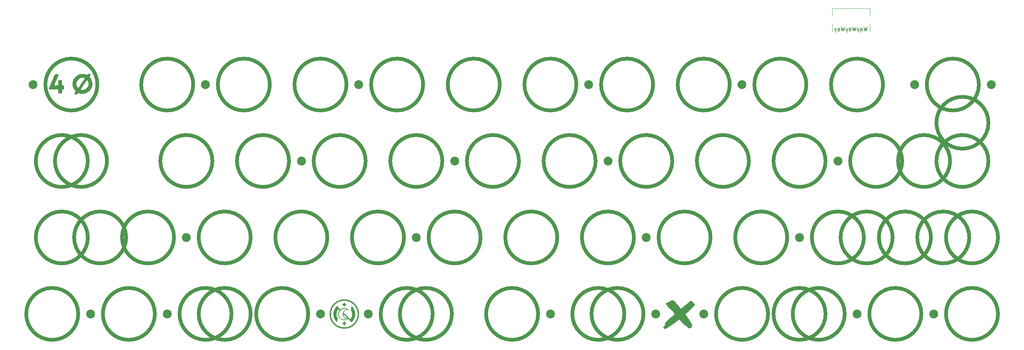
<source format=gbr>
%TF.GenerationSoftware,KiCad,Pcbnew,(7.0.0)*%
%TF.CreationDate,2024-04-06T15:18:24+02:00*%
%TF.ProjectId,forti EC,666f7274-6920-4454-932e-6b696361645f,rev?*%
%TF.SameCoordinates,Original*%
%TF.FileFunction,Legend,Top*%
%TF.FilePolarity,Positive*%
%FSLAX46Y46*%
G04 Gerber Fmt 4.6, Leading zero omitted, Abs format (unit mm)*
G04 Created by KiCad (PCBNEW (7.0.0)) date 2024-04-06 15:18:24*
%MOMM*%
%LPD*%
G01*
G04 APERTURE LIST*
%ADD10C,0.150000*%
%ADD11C,0.900000*%
%ADD12C,0.120000*%
%ADD13C,2.200000*%
G04 APERTURE END LIST*
D10*
X238295059Y-26882592D02*
X238056964Y-27882592D01*
X238056964Y-27882592D02*
X237866488Y-27168307D01*
X237866488Y-27168307D02*
X237676012Y-27882592D01*
X237676012Y-27882592D02*
X237437917Y-26882592D01*
X236628393Y-27882592D02*
X236628393Y-27358783D01*
X236628393Y-27358783D02*
X236676012Y-27263545D01*
X236676012Y-27263545D02*
X236771250Y-27215926D01*
X236771250Y-27215926D02*
X236961726Y-27215926D01*
X236961726Y-27215926D02*
X237056964Y-27263545D01*
X236628393Y-27834973D02*
X236723631Y-27882592D01*
X236723631Y-27882592D02*
X236961726Y-27882592D01*
X236961726Y-27882592D02*
X237056964Y-27834973D01*
X237056964Y-27834973D02*
X237104583Y-27739735D01*
X237104583Y-27739735D02*
X237104583Y-27644497D01*
X237104583Y-27644497D02*
X237056964Y-27549259D01*
X237056964Y-27549259D02*
X236961726Y-27501640D01*
X236961726Y-27501640D02*
X236723631Y-27501640D01*
X236723631Y-27501640D02*
X236628393Y-27454021D01*
X236247440Y-27215926D02*
X236009345Y-27882592D01*
X235771250Y-27215926D02*
X236009345Y-27882592D01*
X236009345Y-27882592D02*
X236104583Y-28120688D01*
X236104583Y-28120688D02*
X236152202Y-28168307D01*
X236152202Y-28168307D02*
X236247440Y-28215926D01*
X235485535Y-26882592D02*
X235247440Y-27882592D01*
X235247440Y-27882592D02*
X235056964Y-27168307D01*
X235056964Y-27168307D02*
X234866488Y-27882592D01*
X234866488Y-27882592D02*
X234628393Y-26882592D01*
X233818869Y-27882592D02*
X233818869Y-27358783D01*
X233818869Y-27358783D02*
X233866488Y-27263545D01*
X233866488Y-27263545D02*
X233961726Y-27215926D01*
X233961726Y-27215926D02*
X234152202Y-27215926D01*
X234152202Y-27215926D02*
X234247440Y-27263545D01*
X233818869Y-27834973D02*
X233914107Y-27882592D01*
X233914107Y-27882592D02*
X234152202Y-27882592D01*
X234152202Y-27882592D02*
X234247440Y-27834973D01*
X234247440Y-27834973D02*
X234295059Y-27739735D01*
X234295059Y-27739735D02*
X234295059Y-27644497D01*
X234295059Y-27644497D02*
X234247440Y-27549259D01*
X234247440Y-27549259D02*
X234152202Y-27501640D01*
X234152202Y-27501640D02*
X233914107Y-27501640D01*
X233914107Y-27501640D02*
X233818869Y-27454021D01*
X233437916Y-27215926D02*
X233199821Y-27882592D01*
X232961726Y-27215926D02*
X233199821Y-27882592D01*
X233199821Y-27882592D02*
X233295059Y-28120688D01*
X233295059Y-28120688D02*
X233342678Y-28168307D01*
X233342678Y-28168307D02*
X233437916Y-28215926D01*
X232676011Y-26882592D02*
X232437916Y-27882592D01*
X232437916Y-27882592D02*
X232247440Y-27168307D01*
X232247440Y-27168307D02*
X232056964Y-27882592D01*
X232056964Y-27882592D02*
X231818869Y-26882592D01*
X231009345Y-27882592D02*
X231009345Y-27358783D01*
X231009345Y-27358783D02*
X231056964Y-27263545D01*
X231056964Y-27263545D02*
X231152202Y-27215926D01*
X231152202Y-27215926D02*
X231342678Y-27215926D01*
X231342678Y-27215926D02*
X231437916Y-27263545D01*
X231009345Y-27834973D02*
X231104583Y-27882592D01*
X231104583Y-27882592D02*
X231342678Y-27882592D01*
X231342678Y-27882592D02*
X231437916Y-27834973D01*
X231437916Y-27834973D02*
X231485535Y-27739735D01*
X231485535Y-27739735D02*
X231485535Y-27644497D01*
X231485535Y-27644497D02*
X231437916Y-27549259D01*
X231437916Y-27549259D02*
X231342678Y-27501640D01*
X231342678Y-27501640D02*
X231104583Y-27501640D01*
X231104583Y-27501640D02*
X231009345Y-27454021D01*
X230628392Y-27215926D02*
X230390297Y-27882592D01*
X230152202Y-27215926D02*
X230390297Y-27882592D01*
X230390297Y-27882592D02*
X230485535Y-28120688D01*
X230485535Y-28120688D02*
X230533154Y-28168307D01*
X230533154Y-28168307D02*
X230628392Y-28215926D01*
D11*
%TO.C,SW_EC32*%
X180298250Y-79375000D02*
G75*
G03*
X180298250Y-79375000I-6467000J0D01*
G01*
%TO.C,SW_EC13*%
X44563200Y-60325000D02*
G75*
G03*
X44563200Y-60325000I-6467000J0D01*
G01*
X49329500Y-60325000D02*
G75*
G03*
X49329500Y-60325000I-6467000J0D01*
G01*
%TO.C,SW_EC23*%
X246973250Y-60325000D02*
G75*
G03*
X246973250Y-60325000I-6467000J0D01*
G01*
%TO.C,SW_EC40*%
X99335750Y-98425000D02*
G75*
G03*
X99335750Y-98425000I-6467000J0D01*
G01*
D12*
%TO.C,J2*%
X238969115Y-28093750D02*
X238969115Y-26093750D01*
X238969115Y-24193750D02*
X238969115Y-22293750D01*
X238969115Y-22293750D02*
X229569115Y-22293750D01*
X229569115Y-28093750D02*
X229569115Y-26093750D01*
X229569115Y-24193750D02*
X229569115Y-22293750D01*
D11*
%TO.C,SW_EC27*%
X85048250Y-79375000D02*
G75*
G03*
X85048250Y-79375000I-6467000J0D01*
G01*
%TO.C,SW_EC48*%
X268404500Y-50800000D02*
G75*
G03*
X268404500Y-50800000I-6467000J0D01*
G01*
%TO.C,SW_EC41*%
X130288200Y-98425000D02*
G75*
G03*
X130288200Y-98425000I-6467000J0D01*
G01*
X135054500Y-98425000D02*
G75*
G03*
X135054500Y-98425000I-6467000J0D01*
G01*
%TO.C,SW_EC4*%
X108860750Y-41275000D02*
G75*
G03*
X108860750Y-41275000I-6467000J0D01*
G01*
%TO.C,SW_EC47*%
X270785750Y-98425000D02*
G75*
G03*
X270785750Y-98425000I-6467000J0D01*
G01*
%TO.C,SW_EC36*%
X263642000Y-79375000D02*
G75*
G03*
X263642000Y-79375000I-6467000J0D01*
G01*
X270784954Y-79375000D02*
G75*
G03*
X270784954Y-79375000I-6467000J0D01*
G01*
%TO.C,SW_EC18*%
X151723250Y-60325000D02*
G75*
G03*
X151723250Y-60325000I-6467000J0D01*
G01*
%TO.C,SW_EC12*%
X266023250Y-41275000D02*
G75*
G03*
X266023250Y-41275000I-6467000J0D01*
G01*
%TO.C,SW_EC25*%
X44567000Y-79375000D02*
G75*
G03*
X44567000Y-79375000I-6467000J0D01*
G01*
%TO.C,SW_EC17*%
X132673250Y-60325000D02*
G75*
G03*
X132673250Y-60325000I-6467000J0D01*
G01*
%TO.C,SW_EC2*%
X70760750Y-41275000D02*
G75*
G03*
X70760750Y-41275000I-6467000J0D01*
G01*
%TO.C,SW_EC44*%
X213635750Y-98425000D02*
G75*
G03*
X213635750Y-98425000I-6467000J0D01*
G01*
%TO.C,SW_EC50*%
X54092000Y-79375000D02*
G75*
G03*
X54092000Y-79375000I-6467000J0D01*
G01*
%TO.C,SW_EC39*%
X85052050Y-98425000D02*
G75*
G03*
X85052050Y-98425000I-6467000J0D01*
G01*
X80285750Y-98425000D02*
G75*
G03*
X80285750Y-98425000I-6467000J0D01*
G01*
%TO.C,SW_EC5*%
X127910750Y-41275000D02*
G75*
G03*
X127910750Y-41275000I-6467000J0D01*
G01*
%TO.C,SW_EC10*%
X223160750Y-41275000D02*
G75*
G03*
X223160750Y-41275000I-6467000J0D01*
G01*
%TO.C,SW_EC30*%
X142198250Y-79375000D02*
G75*
G03*
X142198250Y-79375000I-6467000J0D01*
G01*
%TO.C,SW_EC11*%
X242210750Y-41275000D02*
G75*
G03*
X242210750Y-41275000I-6467000J0D01*
G01*
%TO.C,SW_EC31*%
X161248250Y-79375000D02*
G75*
G03*
X161248250Y-79375000I-6467000J0D01*
G01*
%TO.C,SW_EC29*%
X123148250Y-79375000D02*
G75*
G03*
X123148250Y-79375000I-6467000J0D01*
G01*
%TO.C,SW_EC28*%
X104098250Y-79375000D02*
G75*
G03*
X104098250Y-79375000I-6467000J0D01*
G01*
%TO.C,SW_EC26*%
X65998250Y-79375000D02*
G75*
G03*
X65998250Y-79375000I-6467000J0D01*
G01*
%TO.C,SW_EC9*%
X204110750Y-41275000D02*
G75*
G03*
X204110750Y-41275000I-6467000J0D01*
G01*
%TO.C,SW_EC33*%
X199348250Y-79375000D02*
G75*
G03*
X199348250Y-79375000I-6467000J0D01*
G01*
%TO.C,SW_EC49*%
X258879500Y-60325000D02*
G75*
G03*
X258879500Y-60325000I-6467000J0D01*
G01*
%TO.C,SW_EC6*%
X146960750Y-41275000D02*
G75*
G03*
X146960750Y-41275000I-6467000J0D01*
G01*
%TO.C,SW_EC14*%
X75523250Y-60325000D02*
G75*
G03*
X75523250Y-60325000I-6467000J0D01*
G01*
%TO.C,SW_EC42*%
X156485750Y-98425000D02*
G75*
G03*
X156485750Y-98425000I-6467000J0D01*
G01*
%TO.C,G\u002A\u002A\u002A*%
G36*
X37019304Y-38712599D02*
G01*
X37148515Y-38718578D01*
X37234899Y-38731534D01*
X37286836Y-38753915D01*
X37312706Y-38788169D01*
X37320891Y-38836745D01*
X37321156Y-38852014D01*
X37309615Y-38893000D01*
X37276573Y-38982809D01*
X37224410Y-39115632D01*
X37155499Y-39285658D01*
X37072219Y-39487075D01*
X36976945Y-39714072D01*
X36872055Y-39960839D01*
X36781202Y-40172318D01*
X36667905Y-40436660D01*
X36564070Y-40682538D01*
X36471857Y-40904591D01*
X36393425Y-41097460D01*
X36330933Y-41255783D01*
X36286539Y-41374201D01*
X36262404Y-41447354D01*
X36258845Y-41469163D01*
X36273267Y-41486614D01*
X36306599Y-41498649D01*
X36367397Y-41505928D01*
X36464219Y-41509112D01*
X36605624Y-41508860D01*
X36746627Y-41506805D01*
X37216814Y-41498592D01*
X37224900Y-40889732D01*
X37229596Y-40659132D01*
X37236817Y-40475231D01*
X37246339Y-40341611D01*
X37257935Y-40261854D01*
X37265816Y-40241317D01*
X37308460Y-40224639D01*
X37396325Y-40212100D01*
X37515964Y-40203735D01*
X37653926Y-40199580D01*
X37796764Y-40199669D01*
X37931027Y-40204037D01*
X38043268Y-40212719D01*
X38120037Y-40225750D01*
X38146686Y-40239026D01*
X38154678Y-40279011D01*
X38163040Y-40369069D01*
X38171197Y-40499655D01*
X38178575Y-40661224D01*
X38184599Y-40844234D01*
X38185710Y-40887441D01*
X38200616Y-41498592D01*
X38402967Y-41513498D01*
X38539293Y-41530706D01*
X38617566Y-41557905D01*
X38633555Y-41573122D01*
X38644387Y-41618941D01*
X38653296Y-41711211D01*
X38659393Y-41836768D01*
X38661786Y-41982450D01*
X38661793Y-41990493D01*
X38659621Y-42136875D01*
X38653698Y-42263831D01*
X38644916Y-42358199D01*
X38634164Y-42406814D01*
X38633555Y-42407864D01*
X38581186Y-42439448D01*
X38470530Y-42461101D01*
X38402967Y-42467488D01*
X38200616Y-42482394D01*
X38192358Y-42942399D01*
X38186978Y-43126029D01*
X38178389Y-43274934D01*
X38167227Y-43381318D01*
X38154134Y-43437387D01*
X38151442Y-43441754D01*
X38119185Y-43458931D01*
X38051010Y-43470764D01*
X37939873Y-43477877D01*
X37778728Y-43480897D01*
X37708715Y-43481103D01*
X37528270Y-43479376D01*
X37400316Y-43473776D01*
X37317807Y-43463678D01*
X37273697Y-43448456D01*
X37265988Y-43441754D01*
X37252595Y-43396276D01*
X37241012Y-43298980D01*
X37231877Y-43157662D01*
X37225829Y-42980117D01*
X37225072Y-42942399D01*
X37216814Y-42482394D01*
X36085895Y-42474578D01*
X35792797Y-42472318D01*
X35553588Y-42469807D01*
X35362529Y-42466770D01*
X35213886Y-42462932D01*
X35101921Y-42458018D01*
X35020897Y-42451753D01*
X34965079Y-42443861D01*
X34928730Y-42434069D01*
X34906113Y-42422101D01*
X34900860Y-42417786D01*
X34858714Y-42366009D01*
X34846743Y-42332405D01*
X34858158Y-42295355D01*
X34890090Y-42212217D01*
X34939067Y-42091488D01*
X35001622Y-41941666D01*
X35074283Y-41771250D01*
X35103537Y-41703516D01*
X35174905Y-41538797D01*
X35265423Y-41329789D01*
X35370573Y-41086928D01*
X35485837Y-40820651D01*
X35606699Y-40541394D01*
X35728640Y-40259594D01*
X35847143Y-39985687D01*
X35850395Y-39978169D01*
X35957278Y-39731902D01*
X36058232Y-39500846D01*
X36150516Y-39291161D01*
X36231388Y-39109008D01*
X36298106Y-38960549D01*
X36347931Y-38851944D01*
X36378119Y-38789355D01*
X36384312Y-38778228D01*
X36404776Y-38751456D01*
X36431969Y-38732950D01*
X36476199Y-38721188D01*
X36547776Y-38714649D01*
X36657008Y-38711811D01*
X36814204Y-38711155D01*
X36838886Y-38711150D01*
X37019304Y-38712599D01*
G37*
G36*
X40778048Y-41003315D02*
G01*
X41739404Y-41003315D01*
X41745959Y-41281394D01*
X41780486Y-41463154D01*
X41826885Y-41608996D01*
X41887966Y-41754187D01*
X41957341Y-41887766D01*
X42028622Y-41998774D01*
X42095423Y-42076250D01*
X42151355Y-42109235D01*
X42157278Y-42109684D01*
X42198879Y-42085095D01*
X42262591Y-42016623D01*
X42341211Y-41912306D01*
X42364290Y-41878697D01*
X42417522Y-41800388D01*
X42499700Y-41680353D01*
X42605809Y-41525878D01*
X42730836Y-41344245D01*
X42869768Y-41142739D01*
X43017590Y-40928644D01*
X43158486Y-40724859D01*
X43302822Y-40515794D01*
X43436522Y-40321277D01*
X43555753Y-40146950D01*
X43656682Y-39998456D01*
X43735474Y-39881437D01*
X43788296Y-39801536D01*
X43811313Y-39764396D01*
X43811828Y-39763253D01*
X43799377Y-39723820D01*
X43737974Y-39687743D01*
X43638265Y-39656599D01*
X43510896Y-39631964D01*
X43366513Y-39615417D01*
X43215762Y-39608534D01*
X43069288Y-39612892D01*
X42937739Y-39630070D01*
X42927386Y-39632214D01*
X42655034Y-39719241D01*
X42409857Y-39853785D01*
X42196079Y-40029105D01*
X42017921Y-40238459D01*
X41879608Y-40475106D01*
X41785362Y-40732305D01*
X41739404Y-41003315D01*
X40778048Y-41003315D01*
X40784699Y-40817938D01*
X40848178Y-40473263D01*
X40857314Y-40440258D01*
X40976324Y-40118153D01*
X41142241Y-39809075D01*
X41347216Y-39523531D01*
X41583401Y-39272030D01*
X41842945Y-39065080D01*
X41922411Y-39014325D01*
X42278907Y-38830692D01*
X42641401Y-38705654D01*
X43008111Y-38639412D01*
X43377254Y-38632167D01*
X43747050Y-38684119D01*
X44057852Y-38774000D01*
X44207165Y-38827109D01*
X44310658Y-38861109D01*
X44378743Y-38876724D01*
X44421830Y-38874677D01*
X44450329Y-38855692D01*
X44474650Y-38820492D01*
X44484584Y-38803656D01*
X44535050Y-38723564D01*
X44582798Y-38671233D01*
X44641894Y-38640777D01*
X44726405Y-38626310D01*
X44850395Y-38621948D01*
X44919436Y-38621714D01*
X45090843Y-38627543D01*
X45206798Y-38648499D01*
X45269931Y-38689783D01*
X45282872Y-38756597D01*
X45248251Y-38854142D01*
X45168699Y-38987619D01*
X45131954Y-39042008D01*
X45064843Y-39143701D01*
X45013412Y-39229769D01*
X44985614Y-39286552D01*
X44982893Y-39298040D01*
X45001080Y-39337167D01*
X45049793Y-39408724D01*
X45120262Y-39500299D01*
X45159658Y-39548219D01*
X45338986Y-39797490D01*
X45493625Y-40083166D01*
X45612407Y-40383583D01*
X45642571Y-40484977D01*
X45686764Y-40710090D01*
X45709590Y-40966682D01*
X45711034Y-41233596D01*
X45691083Y-41489675D01*
X45649722Y-41713763D01*
X45643434Y-41737089D01*
X45513246Y-42097789D01*
X45337038Y-42425703D01*
X45119733Y-42718199D01*
X44866256Y-42972641D01*
X44581531Y-43186395D01*
X44270480Y-43356828D01*
X43938029Y-43481305D01*
X43589100Y-43557192D01*
X43228618Y-43581855D01*
X42861506Y-43552660D01*
X42492689Y-43466972D01*
X42441087Y-43450280D01*
X42325080Y-43411821D01*
X42232271Y-43381816D01*
X42175791Y-43364474D01*
X42165055Y-43361855D01*
X42143659Y-43384606D01*
X42098661Y-43444512D01*
X42039429Y-43529048D01*
X42034023Y-43536991D01*
X41968039Y-43627029D01*
X41908212Y-43696416D01*
X41867228Y-43730479D01*
X41866507Y-43730770D01*
X41815225Y-43739436D01*
X41721973Y-43745957D01*
X41604394Y-43749230D01*
X41569087Y-43749413D01*
X41430909Y-43746011D01*
X41340550Y-43734592D01*
X41286529Y-43713336D01*
X41273403Y-43702565D01*
X41237788Y-43649683D01*
X41232510Y-43585254D01*
X41260124Y-43500805D01*
X41323186Y-43387864D01*
X41405429Y-43264766D01*
X41479428Y-43156329D01*
X41538510Y-43065228D01*
X41575457Y-43002872D01*
X41584302Y-42982019D01*
X41564477Y-42946789D01*
X41514793Y-42890149D01*
X41492480Y-42868078D01*
X41392642Y-42759473D01*
X41280177Y-42616013D01*
X41186652Y-42482394D01*
X42794081Y-42482394D01*
X42819602Y-42531425D01*
X42893469Y-42569793D01*
X43005161Y-42596316D01*
X43144159Y-42609810D01*
X43299941Y-42609094D01*
X43461989Y-42592983D01*
X43578945Y-42570645D01*
X43861470Y-42474612D01*
X44114045Y-42328974D01*
X44331917Y-42138164D01*
X44510331Y-41906616D01*
X44644534Y-41638764D01*
X44677329Y-41546220D01*
X44731933Y-41289578D01*
X44740379Y-41017821D01*
X44703356Y-40750724D01*
X44642779Y-40556914D01*
X44582005Y-40425761D01*
X44516073Y-40313739D01*
X44452058Y-40230302D01*
X44397036Y-40184904D01*
X44362996Y-40183048D01*
X44335555Y-40213642D01*
X44281002Y-40285135D01*
X44205559Y-40388994D01*
X44115450Y-40516683D01*
X44038664Y-40627808D01*
X43939285Y-40772548D01*
X43814484Y-40953736D01*
X43672889Y-41158875D01*
X43523133Y-41375469D01*
X43373846Y-41591023D01*
X43272517Y-41737089D01*
X43148374Y-41917847D01*
X43036128Y-42085018D01*
X42940190Y-42231731D01*
X42864974Y-42351112D01*
X42814888Y-42436291D01*
X42794346Y-42480395D01*
X42794081Y-42482394D01*
X41186652Y-42482394D01*
X41168508Y-42456472D01*
X41071059Y-42299629D01*
X41024198Y-42213034D01*
X40892790Y-41888126D01*
X40808245Y-41538533D01*
X40771802Y-41177416D01*
X40778048Y-41003315D01*
G37*
%TO.C,SW_EC34*%
X218398250Y-79375000D02*
G75*
G03*
X218398250Y-79375000I-6467000J0D01*
G01*
%TO.C,SW_EC8*%
X185060750Y-41275000D02*
G75*
G03*
X185060750Y-41275000I-6467000J0D01*
G01*
%TO.C,SW_EC20*%
X189823250Y-60325000D02*
G75*
G03*
X189823250Y-60325000I-6467000J0D01*
G01*
%TO.C,SW_EC22*%
X227923250Y-60325000D02*
G75*
G03*
X227923250Y-60325000I-6467000J0D01*
G01*
%TO.C,SW_EC46*%
X251735750Y-98425000D02*
G75*
G03*
X251735750Y-98425000I-6467000J0D01*
G01*
%TO.C,SW_EC3*%
X89810750Y-41275000D02*
G75*
G03*
X89810750Y-41275000I-6467000J0D01*
G01*
%TO.C,SW_EC38*%
X61235750Y-98425000D02*
G75*
G03*
X61235750Y-98425000I-6467000J0D01*
G01*
%TO.C,SW_EC1*%
X46948250Y-41275000D02*
G75*
G03*
X46948250Y-41275000I-6467000J0D01*
G01*
%TO.C,SW_EC24*%
X268404500Y-60325000D02*
G75*
G03*
X268404500Y-60325000I-6467000J0D01*
G01*
%TO.C,SW_EC7*%
X166010750Y-41275000D02*
G75*
G03*
X166010750Y-41275000I-6467000J0D01*
G01*
%TO.C,G\u002A\u002A\u002A*%
G36*
X189960377Y-94997108D02*
G01*
X189996313Y-95018838D01*
X190046499Y-95056530D01*
X190106241Y-95106165D01*
X190170846Y-95163721D01*
X190235622Y-95225178D01*
X190295875Y-95286515D01*
X190338851Y-95334177D01*
X190380141Y-95380053D01*
X190414213Y-95413661D01*
X190434435Y-95428526D01*
X190435701Y-95428744D01*
X190451447Y-95418215D01*
X190446185Y-95392076D01*
X190422769Y-95358497D01*
X190405255Y-95341564D01*
X190359961Y-95297796D01*
X190320857Y-95251239D01*
X190292826Y-95208957D01*
X190280754Y-95178013D01*
X190284441Y-95166865D01*
X190307431Y-95170773D01*
X190344846Y-95195807D01*
X190390174Y-95236702D01*
X190436904Y-95288192D01*
X190441624Y-95293996D01*
X190467999Y-95324443D01*
X190510718Y-95371269D01*
X190562639Y-95426703D01*
X190591575Y-95457053D01*
X190639600Y-95509608D01*
X190675812Y-95554118D01*
X190695651Y-95584679D01*
X190697584Y-95594299D01*
X190701735Y-95615495D01*
X190724219Y-95649074D01*
X190735641Y-95662120D01*
X190771411Y-95701536D01*
X190818598Y-95754995D01*
X190866114Y-95809910D01*
X190918820Y-95870213D01*
X190982284Y-95940932D01*
X191043983Y-96008137D01*
X191052228Y-96016963D01*
X191109066Y-96078734D01*
X191166142Y-96142555D01*
X191212853Y-96196536D01*
X191220663Y-96205882D01*
X191253115Y-96244515D01*
X191302549Y-96302645D01*
X191363875Y-96374318D01*
X191432003Y-96453583D01*
X191487450Y-96517844D01*
X191567592Y-96611294D01*
X191654510Y-96713872D01*
X191739939Y-96815751D01*
X191815617Y-96907102D01*
X191847607Y-96946237D01*
X192005643Y-97140800D01*
X192128773Y-97020826D01*
X192185551Y-96967603D01*
X192238134Y-96922017D01*
X192279060Y-96890362D01*
X192294974Y-96880647D01*
X192343844Y-96857800D01*
X192378007Y-96841901D01*
X192411408Y-96815652D01*
X192445618Y-96772978D01*
X192454156Y-96758973D01*
X192493124Y-96709184D01*
X192554762Y-96653600D01*
X192603684Y-96617635D01*
X192681923Y-96564354D01*
X192736620Y-96526531D01*
X192772209Y-96500860D01*
X192793125Y-96484032D01*
X192803801Y-96472742D01*
X192808070Y-96465190D01*
X192826026Y-96441730D01*
X192864033Y-96402902D01*
X192915796Y-96354329D01*
X192975023Y-96301638D01*
X193035418Y-96250455D01*
X193090688Y-96206403D01*
X193127373Y-96179815D01*
X193180910Y-96140707D01*
X193227082Y-96101632D01*
X193250711Y-96077084D01*
X193279761Y-96047627D01*
X193303774Y-96035113D01*
X193304052Y-96035110D01*
X193328711Y-96022711D01*
X193348656Y-96001423D01*
X193372957Y-95975496D01*
X193388389Y-95967736D01*
X193408367Y-95957401D01*
X193444659Y-95930549D01*
X193481521Y-95899772D01*
X193539934Y-95849038D01*
X193605628Y-95792516D01*
X193642776Y-95760813D01*
X193699883Y-95711125D01*
X193757932Y-95658784D01*
X193790083Y-95628710D01*
X193841437Y-95581912D01*
X193895322Y-95536388D01*
X193913332Y-95522206D01*
X193957628Y-95486486D01*
X193994607Y-95453467D01*
X194001834Y-95446209D01*
X194055431Y-95396822D01*
X194124069Y-95343879D01*
X194200702Y-95291703D01*
X194278287Y-95244620D01*
X194349778Y-95206954D01*
X194408130Y-95183029D01*
X194440891Y-95176691D01*
X194492149Y-95182180D01*
X194559372Y-95195389D01*
X194628808Y-95212989D01*
X194686706Y-95231650D01*
X194709919Y-95241827D01*
X194738370Y-95268212D01*
X194746667Y-95291742D01*
X194761590Y-95323704D01*
X194798702Y-95348131D01*
X194846520Y-95358465D01*
X194862188Y-95357726D01*
X194903950Y-95367224D01*
X194921141Y-95386441D01*
X194945969Y-95425865D01*
X194969843Y-95460298D01*
X194996340Y-95520592D01*
X194989584Y-95581008D01*
X194955023Y-95633149D01*
X194922867Y-95676641D01*
X194921293Y-95706446D01*
X194949504Y-95720962D01*
X194998232Y-95719830D01*
X195043259Y-95717490D01*
X195065585Y-95724293D01*
X195066694Y-95727491D01*
X195081557Y-95740314D01*
X195118417Y-95751013D01*
X195129857Y-95752830D01*
X195219035Y-95774635D01*
X195289236Y-95811680D01*
X195334580Y-95860436D01*
X195344125Y-95881463D01*
X195371162Y-95933554D01*
X195408665Y-95977574D01*
X195437515Y-96004789D01*
X195445034Y-96026931D01*
X195433990Y-96059094D01*
X195426519Y-96074948D01*
X195411778Y-96119209D01*
X195409581Y-96156764D01*
X195418975Y-96178966D01*
X195437869Y-96177897D01*
X195463998Y-96178222D01*
X195490719Y-96198394D01*
X195504482Y-96227685D01*
X195504625Y-96230757D01*
X195491346Y-96249119D01*
X195455485Y-96280484D01*
X195403006Y-96319966D01*
X195358078Y-96350810D01*
X195289638Y-96399285D01*
X195232630Y-96445702D01*
X195194133Y-96484064D01*
X195184139Y-96498165D01*
X195150739Y-96539418D01*
X195103775Y-96576099D01*
X195094877Y-96581136D01*
X195056331Y-96604993D01*
X195034704Y-96625285D01*
X195033007Y-96629951D01*
X195018592Y-96655803D01*
X194984109Y-96678971D01*
X194942694Y-96691108D01*
X194936156Y-96691470D01*
X194907375Y-96699730D01*
X194898380Y-96729414D01*
X194898259Y-96736102D01*
X194884339Y-96783129D01*
X194843328Y-96846832D01*
X194776346Y-96925479D01*
X194774168Y-96927815D01*
X194742482Y-96959630D01*
X194695408Y-97004359D01*
X194638510Y-97056999D01*
X194577348Y-97112549D01*
X194517485Y-97166006D01*
X194464484Y-97212369D01*
X194423906Y-97246635D01*
X194401315Y-97263802D01*
X194399543Y-97264707D01*
X194378417Y-97282921D01*
X194348486Y-97320429D01*
X194328819Y-97349504D01*
X194296253Y-97392247D01*
X194245584Y-97448838D01*
X194184311Y-97511232D01*
X194132581Y-97560025D01*
X194063229Y-97624055D01*
X193992990Y-97690725D01*
X193931483Y-97750817D01*
X193898309Y-97784520D01*
X193836709Y-97844676D01*
X193765247Y-97908444D01*
X193712320Y-97951792D01*
X193647799Y-98004552D01*
X193580253Y-98064572D01*
X193515933Y-98125765D01*
X193461087Y-98182044D01*
X193421965Y-98227322D01*
X193407609Y-98248576D01*
X193382673Y-98276902D01*
X193340997Y-98308132D01*
X193326538Y-98316759D01*
X193279763Y-98348072D01*
X193223428Y-98393031D01*
X193179179Y-98433004D01*
X193138981Y-98472925D01*
X193116018Y-98503663D01*
X193110851Y-98532757D01*
X193124046Y-98567744D01*
X193156165Y-98616163D01*
X193196974Y-98671118D01*
X193221991Y-98704840D01*
X193253511Y-98747948D01*
X193293516Y-98803200D01*
X193343989Y-98873354D01*
X193406910Y-98961168D01*
X193484262Y-99069400D01*
X193578025Y-99200808D01*
X193638143Y-99285131D01*
X193705553Y-99378895D01*
X193772464Y-99470510D01*
X193835107Y-99554941D01*
X193889711Y-99627153D01*
X193932506Y-99682111D01*
X193959722Y-99714779D01*
X193960307Y-99715415D01*
X193985500Y-99746675D01*
X194020261Y-99794942D01*
X194059905Y-99853041D01*
X194099746Y-99913800D01*
X194135099Y-99970045D01*
X194161279Y-100014603D01*
X194173599Y-100040301D01*
X194173988Y-100042558D01*
X194182479Y-100073757D01*
X194205574Y-100126967D01*
X194239703Y-100195833D01*
X194281298Y-100274002D01*
X194326790Y-100355119D01*
X194372610Y-100432830D01*
X194415190Y-100500780D01*
X194450961Y-100552614D01*
X194476354Y-100581979D01*
X194477429Y-100582855D01*
X194496515Y-100605220D01*
X194527271Y-100648790D01*
X194564582Y-100705565D01*
X194603334Y-100767542D01*
X194638411Y-100826718D01*
X194664699Y-100875093D01*
X194666356Y-100878433D01*
X194718357Y-100979221D01*
X194770519Y-101071253D01*
X194813351Y-101138691D01*
X194861783Y-101218910D01*
X194884473Y-101281420D01*
X194880928Y-101324852D01*
X194880440Y-101325791D01*
X194860958Y-101351487D01*
X194838323Y-101352767D01*
X194806092Y-101328326D01*
X194784699Y-101306411D01*
X194736806Y-101255166D01*
X194737526Y-101301737D01*
X194730475Y-101341972D01*
X194708973Y-101353270D01*
X194675037Y-101336082D01*
X194630682Y-101290860D01*
X194618044Y-101275022D01*
X194582395Y-101231100D01*
X194554044Y-101200323D01*
X194540334Y-101189938D01*
X194527907Y-101200099D01*
X194537236Y-101230402D01*
X194566915Y-101276532D01*
X194569810Y-101280363D01*
X194596386Y-101318515D01*
X194611211Y-101346207D01*
X194612294Y-101350824D01*
X194622078Y-101373698D01*
X194645137Y-101407586D01*
X194645606Y-101408187D01*
X194667118Y-101448365D01*
X194677834Y-101493619D01*
X194677101Y-101533393D01*
X194664261Y-101557130D01*
X194655022Y-101559778D01*
X194626219Y-101569671D01*
X194622650Y-101600151D01*
X194638960Y-101642495D01*
X194656318Y-101698034D01*
X194655602Y-101766404D01*
X194654138Y-101777941D01*
X194639351Y-101838307D01*
X194616160Y-101883039D01*
X194588952Y-101906607D01*
X194562113Y-101903481D01*
X194557622Y-101899619D01*
X194519374Y-101880863D01*
X194478554Y-101894415D01*
X194466968Y-101904445D01*
X194441588Y-101919978D01*
X194408727Y-101913559D01*
X194398952Y-101909323D01*
X194363868Y-101898218D01*
X194342101Y-101908028D01*
X194336367Y-101914843D01*
X194311545Y-101940138D01*
X194271710Y-101974004D01*
X194254126Y-101987661D01*
X194207537Y-102017828D01*
X194168575Y-102027767D01*
X194133324Y-102024357D01*
X194089781Y-102021393D01*
X194065353Y-102030112D01*
X194064825Y-102030879D01*
X194037460Y-102046172D01*
X193992058Y-102035234D01*
X193930324Y-101999128D01*
X193853964Y-101938917D01*
X193764686Y-101855664D01*
X193734381Y-101825063D01*
X193675670Y-101769267D01*
X193631165Y-101738077D01*
X193596173Y-101728215D01*
X193595661Y-101728213D01*
X193561240Y-101719813D01*
X193528832Y-101690337D01*
X193504855Y-101656628D01*
X193476419Y-101613892D01*
X193455214Y-101584073D01*
X193448985Y-101576622D01*
X193433970Y-101559118D01*
X193406830Y-101524476D01*
X193392032Y-101504965D01*
X193354548Y-101464770D01*
X193299194Y-101416738D01*
X193237006Y-101370331D01*
X193227759Y-101364088D01*
X193163699Y-101323743D01*
X193118189Y-101301488D01*
X193083628Y-101294179D01*
X193063148Y-101296011D01*
X193027958Y-101296778D01*
X192989507Y-101281699D01*
X192937995Y-101246800D01*
X192933549Y-101243438D01*
X192815773Y-101141482D01*
X192691149Y-101009887D01*
X192575923Y-100869194D01*
X192531388Y-100814094D01*
X192477988Y-100752043D01*
X192420558Y-100688173D01*
X192363932Y-100627619D01*
X192312946Y-100575512D01*
X192272433Y-100536987D01*
X192247229Y-100517176D01*
X192242911Y-100515614D01*
X192223252Y-100503560D01*
X192189217Y-100471868D01*
X192147688Y-100427030D01*
X192141850Y-100420286D01*
X192099644Y-100371318D01*
X192064686Y-100331115D01*
X192043954Y-100307697D01*
X192042937Y-100306593D01*
X192023747Y-100284258D01*
X191991183Y-100244835D01*
X191958720Y-100204819D01*
X191914334Y-100152199D01*
X191857133Y-100087824D01*
X191797998Y-100023884D01*
X191785841Y-100011119D01*
X191733094Y-99954333D01*
X191685122Y-99899600D01*
X191650055Y-99856296D01*
X191642671Y-99846067D01*
X191617027Y-99811347D01*
X191599373Y-99792517D01*
X191596932Y-99791403D01*
X191580499Y-99801791D01*
X191549652Y-99827797D01*
X191537980Y-99838471D01*
X191502025Y-99869383D01*
X191447901Y-99912854D01*
X191384702Y-99961659D01*
X191352702Y-99985685D01*
X191294821Y-100028984D01*
X191247577Y-100064885D01*
X191217213Y-100088612D01*
X191209532Y-100095194D01*
X191178828Y-100118558D01*
X191129817Y-100146050D01*
X191076037Y-100170813D01*
X191031027Y-100185993D01*
X191029601Y-100186304D01*
X190974332Y-100213809D01*
X190914105Y-100274186D01*
X190912184Y-100276550D01*
X190825261Y-100374053D01*
X190745452Y-100442087D01*
X190692268Y-100473585D01*
X190646360Y-100499604D01*
X190591404Y-100536040D01*
X190565942Y-100554681D01*
X190519292Y-100588208D01*
X190479372Y-100613419D01*
X190463825Y-100621203D01*
X190432303Y-100646057D01*
X190422659Y-100662480D01*
X190402070Y-100698934D01*
X190375501Y-100726813D01*
X190358576Y-100734446D01*
X190341624Y-100744955D01*
X190306724Y-100772815D01*
X190260683Y-100812528D01*
X190249107Y-100822875D01*
X190188612Y-100873100D01*
X190124300Y-100919938D01*
X190070043Y-100953291D01*
X190069810Y-100953412D01*
X190017713Y-100983070D01*
X189974522Y-101012100D01*
X189959111Y-101024997D01*
X189926831Y-101047980D01*
X189905116Y-101054473D01*
X189876613Y-101067001D01*
X189858796Y-101085249D01*
X189831645Y-101111516D01*
X189784727Y-101146958D01*
X189728044Y-101184981D01*
X189671599Y-101218994D01*
X189625395Y-101242405D01*
X189613615Y-101246835D01*
X189580660Y-101264588D01*
X189537098Y-101296919D01*
X189515502Y-101315624D01*
X189461615Y-101358362D01*
X189402147Y-101396247D01*
X189383621Y-101405827D01*
X189326554Y-101437504D01*
X189266007Y-101477933D01*
X189247264Y-101492199D01*
X189196403Y-101529609D01*
X189146489Y-101561406D01*
X189129359Y-101570625D01*
X189045891Y-101613594D01*
X188983828Y-101650290D01*
X188947712Y-101677981D01*
X188944081Y-101682096D01*
X188923553Y-101699600D01*
X188883699Y-101727892D01*
X188832855Y-101761648D01*
X188779355Y-101795542D01*
X188731536Y-101824251D01*
X188697734Y-101842447D01*
X188687330Y-101846118D01*
X188668687Y-101856471D01*
X188641053Y-101879658D01*
X188608273Y-101905098D01*
X188554538Y-101941192D01*
X188487118Y-101983626D01*
X188413287Y-102028088D01*
X188340315Y-102070265D01*
X188275476Y-102105843D01*
X188226039Y-102130509D01*
X188203346Y-102139279D01*
X188150515Y-102148529D01*
X188083901Y-102154746D01*
X188013704Y-102157662D01*
X187950122Y-102157008D01*
X187903354Y-102152515D01*
X187887151Y-102147613D01*
X187863417Y-102114910D01*
X187857675Y-102070562D01*
X187855763Y-102030961D01*
X187843981Y-102016653D01*
X187813256Y-102019256D01*
X187804108Y-102021055D01*
X187755211Y-102022211D01*
X187705430Y-102001593D01*
X187690414Y-101992171D01*
X187639425Y-101959125D01*
X187591144Y-101928643D01*
X187583968Y-101924222D01*
X187548180Y-101886349D01*
X187541242Y-101837214D01*
X187561828Y-101780537D01*
X187608615Y-101720036D01*
X187677598Y-101661343D01*
X187748251Y-101594095D01*
X187780262Y-101537054D01*
X187805148Y-101488755D01*
X187844708Y-101428800D01*
X187890472Y-101370005D01*
X187891396Y-101368925D01*
X187931355Y-101321587D01*
X187961046Y-101285043D01*
X187975112Y-101265923D01*
X187975580Y-101264750D01*
X187970284Y-101246354D01*
X187959988Y-101217779D01*
X187954183Y-101190371D01*
X187963544Y-101164291D01*
X187992608Y-101130060D01*
X188010518Y-101112203D01*
X188047133Y-101074188D01*
X188071145Y-101044921D01*
X188076641Y-101034211D01*
X188065889Y-101013564D01*
X188043663Y-100987809D01*
X188023602Y-100960403D01*
X188016850Y-100924913D01*
X188020474Y-100872181D01*
X188023210Y-100813012D01*
X188014763Y-100780930D01*
X188011343Y-100777839D01*
X187992899Y-100751583D01*
X188003970Y-100713207D01*
X188044939Y-100661975D01*
X188096483Y-100613835D01*
X188153106Y-100564879D01*
X188206588Y-100518604D01*
X188246476Y-100484054D01*
X188250338Y-100480705D01*
X188281699Y-100449864D01*
X188289888Y-100426468D01*
X188280141Y-100400153D01*
X188270770Y-100374291D01*
X188278099Y-100350720D01*
X188306346Y-100319001D01*
X188317143Y-100308603D01*
X188403155Y-100229276D01*
X188485944Y-100157453D01*
X188559932Y-100097707D01*
X188619539Y-100054608D01*
X188647427Y-100037944D01*
X188725397Y-99995452D01*
X188776495Y-99960423D01*
X188805424Y-99928576D01*
X188816885Y-99895629D01*
X188817640Y-99882943D01*
X188830654Y-99831460D01*
X188872114Y-99778823D01*
X188873298Y-99777671D01*
X188910225Y-99745332D01*
X188939031Y-99726130D01*
X188946483Y-99723836D01*
X188969969Y-99712460D01*
X188994611Y-99690149D01*
X189024894Y-99664845D01*
X189046706Y-99656462D01*
X189067804Y-99643727D01*
X189099194Y-99610943D01*
X189122746Y-99580667D01*
X189154456Y-99539007D01*
X189178845Y-99511477D01*
X189187991Y-99504871D01*
X189207296Y-99494762D01*
X189231455Y-99475341D01*
X189290784Y-99423810D01*
X189366359Y-99361186D01*
X189449165Y-99294652D01*
X189530186Y-99231388D01*
X189600407Y-99178576D01*
X189634664Y-99154163D01*
X189684239Y-99116565D01*
X189749992Y-99061734D01*
X189824295Y-98996271D01*
X189899519Y-98926779D01*
X189919845Y-98907366D01*
X189985976Y-98845470D01*
X190045579Y-98792991D01*
X190093687Y-98754054D01*
X190125331Y-98732789D01*
X190133266Y-98730070D01*
X190161285Y-98718908D01*
X190201204Y-98690319D01*
X190227296Y-98666907D01*
X190275581Y-98620989D01*
X190334743Y-98566369D01*
X190380670Y-98524971D01*
X190469315Y-98446199D01*
X190247467Y-98179680D01*
X190126606Y-98036768D01*
X190000343Y-97891623D01*
X189873050Y-97749013D01*
X189749095Y-97613707D01*
X189632848Y-97490474D01*
X189528679Y-97384082D01*
X189440958Y-97299302D01*
X189439955Y-97298372D01*
X189370764Y-97233955D01*
X189298055Y-97165736D01*
X189233006Y-97104224D01*
X189205365Y-97077846D01*
X189142578Y-97021502D01*
X189072900Y-96964822D01*
X189012263Y-96920668D01*
X188960335Y-96883421D01*
X188918394Y-96848332D01*
X188897045Y-96824973D01*
X188869489Y-96792259D01*
X188825032Y-96751083D01*
X188771702Y-96707600D01*
X188717525Y-96667967D01*
X188670527Y-96638341D01*
X188638734Y-96624877D01*
X188635840Y-96624632D01*
X188606849Y-96609617D01*
X188583944Y-96571784D01*
X188571396Y-96521954D01*
X188573475Y-96470949D01*
X188574124Y-96468225D01*
X188573237Y-96426289D01*
X188547441Y-96391677D01*
X188523751Y-96359804D01*
X188519513Y-96332866D01*
X188517464Y-96300711D01*
X188510439Y-96290367D01*
X188503650Y-96271985D01*
X188520538Y-96261108D01*
X188535939Y-96250925D01*
X188529087Y-96235021D01*
X188502846Y-96210551D01*
X188456665Y-96176958D01*
X188410103Y-96151603D01*
X188409846Y-96151496D01*
X188376480Y-96130201D01*
X188362980Y-96107126D01*
X188352323Y-96082551D01*
X188324445Y-96042553D01*
X188287184Y-95997865D01*
X188248429Y-95950541D01*
X188221106Y-95909121D01*
X188211389Y-95883759D01*
X188220309Y-95852498D01*
X188240433Y-95830065D01*
X188261805Y-95825248D01*
X188269835Y-95832170D01*
X188294410Y-95846776D01*
X188330369Y-95848568D01*
X188360393Y-95838147D01*
X188367687Y-95828777D01*
X188365982Y-95799874D01*
X188351559Y-95760908D01*
X188336478Y-95715452D01*
X188348222Y-95689570D01*
X188387437Y-95681396D01*
X188421532Y-95672779D01*
X188435452Y-95658719D01*
X188453587Y-95645560D01*
X188498142Y-95637398D01*
X188572608Y-95633602D01*
X188574702Y-95633561D01*
X188637385Y-95631535D01*
X188685646Y-95628407D01*
X188710788Y-95624781D01*
X188712336Y-95623994D01*
X188711083Y-95605586D01*
X188701807Y-95583992D01*
X188690647Y-95551512D01*
X188703755Y-95541967D01*
X188740549Y-95555542D01*
X188758729Y-95565680D01*
X188797814Y-95585707D01*
X188819817Y-95583223D01*
X188833714Y-95553971D01*
X188840704Y-95526821D01*
X188864292Y-95487832D01*
X188908152Y-95453096D01*
X188959213Y-95431656D01*
X188982461Y-95428744D01*
X188998713Y-95420065D01*
X188999115Y-95389329D01*
X188996902Y-95377032D01*
X188992464Y-95341599D01*
X189002899Y-95329469D01*
X189025462Y-95330418D01*
X189066101Y-95324879D01*
X189111418Y-95304489D01*
X189113706Y-95303014D01*
X189166057Y-95280170D01*
X189234569Y-95273656D01*
X189251475Y-95274092D01*
X189303077Y-95273209D01*
X189334342Y-95266625D01*
X189339903Y-95260568D01*
X189327245Y-95244003D01*
X189323060Y-95243465D01*
X189306545Y-95233242D01*
X189312404Y-95207075D01*
X189338117Y-95171715D01*
X189356601Y-95153610D01*
X189414783Y-95116382D01*
X189471212Y-95111695D01*
X189507922Y-95125338D01*
X189544159Y-95129756D01*
X189593028Y-95119447D01*
X189639669Y-95099153D01*
X189669037Y-95073920D01*
X189692212Y-95063292D01*
X189719828Y-95065341D01*
X189758452Y-95063782D01*
X189775273Y-95046518D01*
X189787597Y-95031107D01*
X189805234Y-95031127D01*
X189837033Y-95048329D01*
X189860020Y-95063265D01*
X189901122Y-95089623D01*
X189929149Y-95106025D01*
X189935523Y-95108717D01*
X189944907Y-95094736D01*
X189950377Y-95064100D01*
X189950225Y-95033767D01*
X189944361Y-95020876D01*
X189939046Y-95005333D01*
X189943382Y-94995363D01*
X189960377Y-94997108D01*
G37*
%TO.C,SW_EC35*%
X237448250Y-79375000D02*
G75*
G03*
X237448250Y-79375000I-6467000J0D01*
G01*
X244591204Y-79375000D02*
G75*
G03*
X244591204Y-79375000I-6467000J0D01*
G01*
%TO.C,SW_EC21*%
X208873250Y-60325000D02*
G75*
G03*
X208873250Y-60325000I-6467000J0D01*
G01*
%TO.C,SW_EC16*%
X113623250Y-60325000D02*
G75*
G03*
X113623250Y-60325000I-6467000J0D01*
G01*
%TO.C,SW_EC43*%
X177913200Y-98425000D02*
G75*
G03*
X177913200Y-98425000I-6467000J0D01*
G01*
X182679500Y-98425000D02*
G75*
G03*
X182679500Y-98425000I-6467000J0D01*
G01*
%TO.C,SW_EC45*%
X232689550Y-98425000D02*
G75*
G03*
X232689550Y-98425000I-6467000J0D01*
G01*
X227923250Y-98425000D02*
G75*
G03*
X227923250Y-98425000I-6467000J0D01*
G01*
%TO.C,G\u002A\u002A\u002A*%
G36*
X108311119Y-95506204D02*
G01*
X108312264Y-95508245D01*
X108314085Y-95511526D01*
X108316554Y-95515993D01*
X108319640Y-95521591D01*
X108323315Y-95528267D01*
X108327547Y-95535966D01*
X108332308Y-95544634D01*
X108337568Y-95554217D01*
X108343297Y-95564660D01*
X108349466Y-95575911D01*
X108356044Y-95587915D01*
X108363003Y-95600617D01*
X108370313Y-95613964D01*
X108377943Y-95627901D01*
X108385864Y-95642375D01*
X108394047Y-95657331D01*
X108402462Y-95672715D01*
X108411079Y-95688473D01*
X108415463Y-95696493D01*
X108424169Y-95712417D01*
X108432687Y-95727993D01*
X108440986Y-95743168D01*
X108449037Y-95757887D01*
X108456811Y-95772096D01*
X108464278Y-95785742D01*
X108471409Y-95798770D01*
X108478173Y-95811126D01*
X108484542Y-95822756D01*
X108490485Y-95833606D01*
X108495973Y-95843622D01*
X108500976Y-95852750D01*
X108505465Y-95860936D01*
X108509411Y-95868126D01*
X108512783Y-95874265D01*
X108515551Y-95879300D01*
X108517687Y-95883177D01*
X108519161Y-95885841D01*
X108519943Y-95887239D01*
X108520065Y-95887446D01*
X108520789Y-95887885D01*
X108522808Y-95889030D01*
X108526066Y-95890852D01*
X108530512Y-95893321D01*
X108536090Y-95896409D01*
X108542747Y-95900084D01*
X108550429Y-95904319D01*
X108559083Y-95909082D01*
X108568654Y-95914346D01*
X108579090Y-95920079D01*
X108590335Y-95926253D01*
X108602336Y-95932838D01*
X108615040Y-95939804D01*
X108628393Y-95947123D01*
X108642341Y-95954763D01*
X108656829Y-95962697D01*
X108671805Y-95970894D01*
X108687215Y-95979324D01*
X108703004Y-95987959D01*
X108712285Y-95993033D01*
X108728260Y-96001767D01*
X108743882Y-96010310D01*
X108759098Y-96018634D01*
X108773854Y-96026709D01*
X108788096Y-96034505D01*
X108801772Y-96041993D01*
X108814827Y-96049144D01*
X108827208Y-96055928D01*
X108838861Y-96062317D01*
X108849733Y-96068280D01*
X108859771Y-96073788D01*
X108868920Y-96078813D01*
X108877128Y-96083323D01*
X108884340Y-96087292D01*
X108890504Y-96090688D01*
X108895565Y-96093482D01*
X108899470Y-96095646D01*
X108902166Y-96097149D01*
X108903600Y-96097963D01*
X108903831Y-96098107D01*
X108903169Y-96098503D01*
X108901212Y-96099606D01*
X108898015Y-96101387D01*
X108893630Y-96103816D01*
X108888111Y-96106864D01*
X108881513Y-96110502D01*
X108873887Y-96114701D01*
X108865288Y-96119431D01*
X108855769Y-96124662D01*
X108845383Y-96130366D01*
X108834184Y-96136512D01*
X108822226Y-96143073D01*
X108809562Y-96150017D01*
X108796245Y-96157317D01*
X108782329Y-96164942D01*
X108767867Y-96172863D01*
X108752913Y-96181052D01*
X108737520Y-96189477D01*
X108721742Y-96198111D01*
X108712080Y-96203397D01*
X108520301Y-96308303D01*
X108415482Y-96499976D01*
X108406740Y-96515958D01*
X108398189Y-96531586D01*
X108389856Y-96546808D01*
X108381772Y-96561571D01*
X108373966Y-96575820D01*
X108366467Y-96589502D01*
X108359305Y-96602563D01*
X108352509Y-96614951D01*
X108346108Y-96626611D01*
X108340132Y-96637491D01*
X108334611Y-96647536D01*
X108329573Y-96656693D01*
X108325048Y-96664908D01*
X108321065Y-96672129D01*
X108317655Y-96678302D01*
X108314845Y-96683372D01*
X108312666Y-96687287D01*
X108311148Y-96689993D01*
X108310318Y-96691436D01*
X108310164Y-96691674D01*
X108309732Y-96691019D01*
X108308617Y-96689108D01*
X108306870Y-96686033D01*
X108304542Y-96681888D01*
X108301684Y-96676765D01*
X108298349Y-96670757D01*
X108294587Y-96663957D01*
X108290450Y-96656456D01*
X108285989Y-96648349D01*
X108281256Y-96639726D01*
X108276302Y-96630682D01*
X108274709Y-96627770D01*
X108270527Y-96620122D01*
X108265673Y-96611244D01*
X108260210Y-96601254D01*
X108254202Y-96590267D01*
X108247715Y-96578403D01*
X108240811Y-96565777D01*
X108233556Y-96552507D01*
X108226012Y-96538712D01*
X108218245Y-96524507D01*
X108210319Y-96510010D01*
X108202297Y-96495339D01*
X108194244Y-96480611D01*
X108186223Y-96465943D01*
X108178300Y-96451452D01*
X108170538Y-96437256D01*
X108169903Y-96436094D01*
X108100054Y-96308347D01*
X107908566Y-96203621D01*
X107892591Y-96194882D01*
X107876967Y-96186332D01*
X107861749Y-96178001D01*
X107846989Y-96169918D01*
X107832742Y-96162112D01*
X107819062Y-96154614D01*
X107806001Y-96147451D01*
X107793613Y-96140655D01*
X107781952Y-96134253D01*
X107771072Y-96128277D01*
X107761026Y-96122754D01*
X107751868Y-96117716D01*
X107743651Y-96113190D01*
X107736429Y-96109207D01*
X107730256Y-96105795D01*
X107725185Y-96102985D01*
X107721269Y-96100806D01*
X107718563Y-96099287D01*
X107717119Y-96098458D01*
X107716882Y-96098304D01*
X107717530Y-96097892D01*
X107719473Y-96096772D01*
X107722657Y-96094975D01*
X107727029Y-96092531D01*
X107732535Y-96089468D01*
X107739122Y-96085816D01*
X107746736Y-96081604D01*
X107755324Y-96076863D01*
X107764832Y-96071620D01*
X107775207Y-96065906D01*
X107786397Y-96059750D01*
X107798346Y-96053182D01*
X107811002Y-96046231D01*
X107824312Y-96038926D01*
X107838221Y-96031296D01*
X107852677Y-96023372D01*
X107867626Y-96015182D01*
X107883014Y-96006757D01*
X107898789Y-95998124D01*
X107908375Y-95992881D01*
X108100065Y-95888048D01*
X108204932Y-95696261D01*
X108215810Y-95676370D01*
X108225975Y-95657791D01*
X108235447Y-95640489D01*
X108244246Y-95624426D01*
X108252393Y-95609565D01*
X108259907Y-95595871D01*
X108266809Y-95583307D01*
X108273120Y-95571835D01*
X108278859Y-95561420D01*
X108284047Y-95552025D01*
X108288704Y-95543613D01*
X108292850Y-95536148D01*
X108296507Y-95529593D01*
X108299693Y-95523911D01*
X108302429Y-95519066D01*
X108304736Y-95515022D01*
X108306634Y-95511741D01*
X108308143Y-95509187D01*
X108309284Y-95507324D01*
X108310076Y-95506114D01*
X108310540Y-95505522D01*
X108310682Y-95505456D01*
X108311119Y-95506204D01*
G37*
G36*
X108311091Y-100213584D02*
G01*
X108312226Y-100215631D01*
X108314040Y-100218918D01*
X108316501Y-100223390D01*
X108319580Y-100228994D01*
X108323249Y-100235675D01*
X108327477Y-100243380D01*
X108332234Y-100252054D01*
X108337492Y-100261644D01*
X108343220Y-100272096D01*
X108349389Y-100283356D01*
X108355969Y-100295369D01*
X108362932Y-100308081D01*
X108370246Y-100321440D01*
X108377883Y-100335390D01*
X108385813Y-100349877D01*
X108394006Y-100364849D01*
X108402433Y-100380250D01*
X108411065Y-100396027D01*
X108415832Y-100404742D01*
X108520234Y-100595603D01*
X108711731Y-100700369D01*
X108727704Y-100709110D01*
X108743325Y-100717663D01*
X108758539Y-100725996D01*
X108773292Y-100734082D01*
X108787533Y-100741891D01*
X108801206Y-100749393D01*
X108814259Y-100756558D01*
X108826637Y-100763358D01*
X108838288Y-100769763D01*
X108849158Y-100775744D01*
X108859193Y-100781270D01*
X108868339Y-100786313D01*
X108876544Y-100790843D01*
X108883754Y-100794830D01*
X108889915Y-100798246D01*
X108894974Y-100801060D01*
X108898877Y-100803244D01*
X108901571Y-100804767D01*
X108903001Y-100805601D01*
X108903232Y-100805757D01*
X108902567Y-100806173D01*
X108900608Y-100807295D01*
X108897408Y-100809094D01*
X108893020Y-100811541D01*
X108887499Y-100814606D01*
X108880898Y-100818261D01*
X108873270Y-100822474D01*
X108864668Y-100827217D01*
X108855147Y-100832461D01*
X108844760Y-100838176D01*
X108833560Y-100844333D01*
X108821601Y-100850901D01*
X108808937Y-100857853D01*
X108795620Y-100865157D01*
X108781705Y-100872786D01*
X108767245Y-100880708D01*
X108752294Y-100888896D01*
X108736905Y-100897319D01*
X108721131Y-100905949D01*
X108711768Y-100911069D01*
X108520301Y-101015759D01*
X108415610Y-101207166D01*
X108406871Y-101223141D01*
X108398323Y-101238767D01*
X108389993Y-101253990D01*
X108381912Y-101268755D01*
X108374108Y-101283010D01*
X108366613Y-101296701D01*
X108359454Y-101309773D01*
X108352662Y-101322173D01*
X108346265Y-101333848D01*
X108340294Y-101344744D01*
X108334777Y-101354806D01*
X108329745Y-101363982D01*
X108325226Y-101372217D01*
X108321250Y-101379458D01*
X108317847Y-101385651D01*
X108315045Y-101390742D01*
X108312875Y-101394678D01*
X108311366Y-101397404D01*
X108310547Y-101398868D01*
X108310400Y-101399117D01*
X108309993Y-101398498D01*
X108308881Y-101396584D01*
X108307091Y-101393428D01*
X108304653Y-101389084D01*
X108301598Y-101383605D01*
X108297954Y-101377045D01*
X108293750Y-101369457D01*
X108289017Y-101360893D01*
X108283783Y-101351409D01*
X108278078Y-101341056D01*
X108271930Y-101329888D01*
X108265371Y-101317958D01*
X108258428Y-101305321D01*
X108251132Y-101292028D01*
X108243511Y-101278134D01*
X108235595Y-101263692D01*
X108227414Y-101248755D01*
X108218996Y-101233376D01*
X108210372Y-101217609D01*
X108205165Y-101208085D01*
X108193531Y-101186807D01*
X108182619Y-101166862D01*
X108172419Y-101148233D01*
X108162922Y-101130904D01*
X108154118Y-101114857D01*
X108145999Y-101100075D01*
X108138555Y-101086542D01*
X108131776Y-101074240D01*
X108125652Y-101063152D01*
X108120176Y-101053261D01*
X108115336Y-101044551D01*
X108111124Y-101037003D01*
X108107530Y-101030601D01*
X108104545Y-101025328D01*
X108102159Y-101021167D01*
X108100363Y-101018101D01*
X108099147Y-101016113D01*
X108098503Y-101015186D01*
X108098433Y-101015120D01*
X108097598Y-101014640D01*
X108095469Y-101013453D01*
X108092101Y-101011590D01*
X108087548Y-101009080D01*
X108081866Y-101005954D01*
X108075108Y-101002240D01*
X108067328Y-100997970D01*
X108058582Y-100993173D01*
X108048924Y-100987878D01*
X108038408Y-100982116D01*
X108027089Y-100975916D01*
X108015021Y-100969309D01*
X108002259Y-100962323D01*
X107988856Y-100954989D01*
X107974869Y-100947337D01*
X107960350Y-100939397D01*
X107945355Y-100931198D01*
X107929938Y-100922770D01*
X107914154Y-100914144D01*
X107906171Y-100909781D01*
X107715924Y-100805831D01*
X107719570Y-100803746D01*
X107720545Y-100803205D01*
X107722813Y-100801958D01*
X107726317Y-100800035D01*
X107731002Y-100797466D01*
X107736814Y-100794281D01*
X107743695Y-100790512D01*
X107751592Y-100786188D01*
X107760448Y-100781340D01*
X107770208Y-100775999D01*
X107780817Y-100770193D01*
X107792218Y-100763954D01*
X107804358Y-100757313D01*
X107817179Y-100750299D01*
X107830628Y-100742942D01*
X107844647Y-100735274D01*
X107859183Y-100727324D01*
X107874179Y-100719124D01*
X107889580Y-100710702D01*
X107905330Y-100702090D01*
X107910968Y-100699007D01*
X107926793Y-100690354D01*
X107942271Y-100681889D01*
X107957345Y-100673643D01*
X107971963Y-100665645D01*
X107986070Y-100657925D01*
X107999612Y-100650513D01*
X108012533Y-100643439D01*
X108024780Y-100636732D01*
X108036298Y-100630423D01*
X108047034Y-100624540D01*
X108056932Y-100619114D01*
X108065938Y-100614175D01*
X108073998Y-100609753D01*
X108081057Y-100605877D01*
X108087062Y-100602576D01*
X108091957Y-100599882D01*
X108095688Y-100597823D01*
X108098202Y-100596430D01*
X108099443Y-100595731D01*
X108099570Y-100595654D01*
X108100005Y-100594930D01*
X108101146Y-100592913D01*
X108102964Y-100589654D01*
X108105430Y-100585209D01*
X108108514Y-100579632D01*
X108112187Y-100572975D01*
X108116418Y-100565293D01*
X108121179Y-100556640D01*
X108126440Y-100547069D01*
X108132171Y-100536634D01*
X108138343Y-100525388D01*
X108144926Y-100513387D01*
X108151892Y-100500683D01*
X108159209Y-100487330D01*
X108166849Y-100473382D01*
X108174782Y-100458893D01*
X108182980Y-100443916D01*
X108191411Y-100428506D01*
X108200047Y-100412715D01*
X108205157Y-100403368D01*
X108216244Y-100383092D01*
X108226616Y-100364134D01*
X108236289Y-100346464D01*
X108245281Y-100330050D01*
X108253609Y-100314860D01*
X108261291Y-100300865D01*
X108268343Y-100288033D01*
X108274783Y-100276332D01*
X108280628Y-100265731D01*
X108285895Y-100256200D01*
X108290602Y-100247707D01*
X108294766Y-100240221D01*
X108298404Y-100233711D01*
X108301534Y-100228145D01*
X108304172Y-100223493D01*
X108306336Y-100219723D01*
X108308043Y-100216805D01*
X108309310Y-100214706D01*
X108310155Y-100213397D01*
X108310595Y-100212845D01*
X108310663Y-100212831D01*
X108311091Y-100213584D01*
G37*
G36*
X104651376Y-98469038D02*
G01*
X104997666Y-98469038D01*
X104998793Y-98540698D01*
X105001443Y-98612473D01*
X105001786Y-98619524D01*
X105006079Y-98690698D01*
X105011888Y-98761646D01*
X105019207Y-98832348D01*
X105028030Y-98902783D01*
X105038352Y-98972933D01*
X105050165Y-99042776D01*
X105063466Y-99112292D01*
X105078247Y-99181462D01*
X105094503Y-99250266D01*
X105112229Y-99318682D01*
X105131418Y-99386692D01*
X105152065Y-99454274D01*
X105174164Y-99521409D01*
X105197709Y-99588077D01*
X105222694Y-99654257D01*
X105249114Y-99719930D01*
X105276963Y-99785075D01*
X105306235Y-99849673D01*
X105336924Y-99913702D01*
X105369024Y-99977143D01*
X105402530Y-100039977D01*
X105418568Y-100068945D01*
X105453933Y-100130513D01*
X105490619Y-100191304D01*
X105528607Y-100251296D01*
X105567878Y-100310465D01*
X105608415Y-100368790D01*
X105650199Y-100426246D01*
X105693212Y-100482812D01*
X105737437Y-100538465D01*
X105782854Y-100593181D01*
X105829447Y-100646938D01*
X105877196Y-100699712D01*
X105926083Y-100751483D01*
X105976091Y-100802225D01*
X106027202Y-100851917D01*
X106079396Y-100900536D01*
X106080388Y-100901440D01*
X106133826Y-100949086D01*
X106188182Y-100995501D01*
X106243452Y-101040683D01*
X106299629Y-101084625D01*
X106356707Y-101127324D01*
X106414679Y-101168776D01*
X106473541Y-101208976D01*
X106533286Y-101247920D01*
X106593908Y-101285604D01*
X106655400Y-101322024D01*
X106717758Y-101357175D01*
X106729930Y-101363833D01*
X106758790Y-101379324D01*
X106788779Y-101395003D01*
X106819536Y-101410690D01*
X106850699Y-101426205D01*
X106881906Y-101441368D01*
X106912797Y-101455998D01*
X106941104Y-101469050D01*
X107005948Y-101497693D01*
X107071356Y-101524910D01*
X107137304Y-101550696D01*
X107203767Y-101575046D01*
X107270720Y-101597952D01*
X107338140Y-101619408D01*
X107406002Y-101639409D01*
X107474282Y-101657948D01*
X107542954Y-101675020D01*
X107611995Y-101690617D01*
X107681381Y-101704733D01*
X107751086Y-101717364D01*
X107821087Y-101728501D01*
X107891358Y-101738140D01*
X107961877Y-101746274D01*
X108032617Y-101752897D01*
X108078371Y-101756365D01*
X108112427Y-101758542D01*
X108146512Y-101760379D01*
X108180999Y-101761894D01*
X108216258Y-101763103D01*
X108252302Y-101764014D01*
X108256594Y-101764079D01*
X108262259Y-101764125D01*
X108269135Y-101764152D01*
X108277058Y-101764162D01*
X108285867Y-101764157D01*
X108295399Y-101764136D01*
X108305491Y-101764101D01*
X108315982Y-101764054D01*
X108326708Y-101763994D01*
X108337507Y-101763924D01*
X108348218Y-101763844D01*
X108358677Y-101763755D01*
X108368721Y-101763658D01*
X108378190Y-101763555D01*
X108386919Y-101763447D01*
X108394748Y-101763333D01*
X108401512Y-101763217D01*
X108407050Y-101763098D01*
X108410874Y-101762988D01*
X108459620Y-101761044D01*
X108507150Y-101758564D01*
X108553699Y-101755530D01*
X108599497Y-101751921D01*
X108644778Y-101747718D01*
X108689773Y-101742901D01*
X108734715Y-101737450D01*
X108774075Y-101732160D01*
X108844358Y-101721520D01*
X108914281Y-101709391D01*
X108983824Y-101695783D01*
X109052964Y-101680706D01*
X109121683Y-101664169D01*
X109189960Y-101646180D01*
X109257774Y-101626750D01*
X109325106Y-101605888D01*
X109391934Y-101583603D01*
X109458238Y-101559904D01*
X109523998Y-101534801D01*
X109589194Y-101508303D01*
X109653804Y-101480420D01*
X109717810Y-101451161D01*
X109781189Y-101420534D01*
X109843923Y-101388550D01*
X109905990Y-101355218D01*
X109967370Y-101320547D01*
X110028043Y-101284547D01*
X110087989Y-101247226D01*
X110147186Y-101208595D01*
X110205615Y-101168662D01*
X110263255Y-101127438D01*
X110320086Y-101084930D01*
X110376087Y-101041149D01*
X110431239Y-100996104D01*
X110485520Y-100949804D01*
X110489978Y-100945912D01*
X110543366Y-100898200D01*
X110595633Y-100849439D01*
X110646783Y-100799624D01*
X110696822Y-100748750D01*
X110745755Y-100696811D01*
X110793588Y-100643801D01*
X110840325Y-100589715D01*
X110885973Y-100534547D01*
X110898841Y-100518553D01*
X110942892Y-100462238D01*
X110985646Y-100405104D01*
X111027095Y-100347165D01*
X111067233Y-100288435D01*
X111106051Y-100228929D01*
X111143543Y-100168660D01*
X111179702Y-100107644D01*
X111214520Y-100045894D01*
X111247991Y-99983425D01*
X111280106Y-99920251D01*
X111310859Y-99856385D01*
X111340242Y-99791843D01*
X111368248Y-99726638D01*
X111394870Y-99660786D01*
X111420101Y-99594299D01*
X111443934Y-99527192D01*
X111466361Y-99459480D01*
X111487375Y-99391177D01*
X111506968Y-99322297D01*
X111507843Y-99319086D01*
X111524987Y-99253212D01*
X111540787Y-99186654D01*
X111555230Y-99119489D01*
X111568304Y-99051797D01*
X111579998Y-98983656D01*
X111590298Y-98915145D01*
X111599192Y-98846343D01*
X111606670Y-98777328D01*
X111612718Y-98708179D01*
X111617324Y-98638975D01*
X111619531Y-98594183D01*
X111620101Y-98580210D01*
X111620594Y-98566833D01*
X111621013Y-98553851D01*
X111621361Y-98541062D01*
X111621642Y-98528266D01*
X111621858Y-98515260D01*
X111622013Y-98501843D01*
X111622109Y-98487813D01*
X111622150Y-98472970D01*
X111622138Y-98457112D01*
X111622077Y-98440037D01*
X111622020Y-98429467D01*
X111621935Y-98415971D01*
X111621847Y-98403836D01*
X111621752Y-98392885D01*
X111621647Y-98382943D01*
X111621528Y-98373835D01*
X111621390Y-98365385D01*
X111621230Y-98357417D01*
X111621043Y-98349757D01*
X111620827Y-98342228D01*
X111620578Y-98334655D01*
X111620290Y-98326863D01*
X111619961Y-98318676D01*
X111619587Y-98309918D01*
X111619183Y-98300843D01*
X111615193Y-98229423D01*
X111609693Y-98158251D01*
X111602688Y-98087346D01*
X111594182Y-98016725D01*
X111584182Y-97946406D01*
X111572691Y-97876407D01*
X111559714Y-97806745D01*
X111545257Y-97737440D01*
X111529325Y-97668507D01*
X111511921Y-97599967D01*
X111493052Y-97531835D01*
X111472722Y-97464130D01*
X111450935Y-97396870D01*
X111427698Y-97330073D01*
X111403014Y-97263757D01*
X111376888Y-97197938D01*
X111349327Y-97132636D01*
X111320333Y-97067869D01*
X111289913Y-97003653D01*
X111258071Y-96940007D01*
X111231947Y-96890201D01*
X111197842Y-96828123D01*
X111162379Y-96766749D01*
X111125579Y-96706111D01*
X111087464Y-96646237D01*
X111048054Y-96587159D01*
X111007372Y-96528906D01*
X110965439Y-96471509D01*
X110922277Y-96414998D01*
X110877906Y-96359404D01*
X110832349Y-96304756D01*
X110785627Y-96251085D01*
X110751840Y-96213677D01*
X110720051Y-96179537D01*
X110687142Y-96145205D01*
X110653437Y-96111003D01*
X110619257Y-96077254D01*
X110584925Y-96044279D01*
X110550763Y-96012401D01*
X110547924Y-96009795D01*
X110494593Y-95961940D01*
X110440356Y-95915322D01*
X110385223Y-95869949D01*
X110329207Y-95825829D01*
X110272317Y-95782968D01*
X110214567Y-95741374D01*
X110155965Y-95701055D01*
X110096525Y-95662017D01*
X110036257Y-95624268D01*
X109975172Y-95587816D01*
X109913281Y-95552667D01*
X109850596Y-95518829D01*
X109787128Y-95486310D01*
X109722887Y-95455116D01*
X109657886Y-95425255D01*
X109648353Y-95421017D01*
X109583442Y-95393114D01*
X109517959Y-95366631D01*
X109451928Y-95341576D01*
X109385377Y-95317952D01*
X109318331Y-95295768D01*
X109250817Y-95275028D01*
X109182861Y-95255740D01*
X109114488Y-95237909D01*
X109045725Y-95221541D01*
X108976597Y-95206643D01*
X108907132Y-95193220D01*
X108837355Y-95181280D01*
X108767292Y-95170827D01*
X108696969Y-95161868D01*
X108626412Y-95154410D01*
X108555648Y-95148457D01*
X108484702Y-95144018D01*
X108468851Y-95143234D01*
X108458518Y-95142754D01*
X108449058Y-95142330D01*
X108440293Y-95141956D01*
X108432045Y-95141630D01*
X108424134Y-95141347D01*
X108416382Y-95141103D01*
X108408611Y-95140893D01*
X108400642Y-95140714D01*
X108392296Y-95140561D01*
X108383396Y-95140429D01*
X108373762Y-95140315D01*
X108363216Y-95140215D01*
X108351579Y-95140124D01*
X108338673Y-95140037D01*
X108331780Y-95139995D01*
X108302525Y-95139903D01*
X108274567Y-95139987D01*
X108247676Y-95140257D01*
X108221623Y-95140718D01*
X108196177Y-95141381D01*
X108171109Y-95142252D01*
X108146189Y-95143339D01*
X108121187Y-95144650D01*
X108095874Y-95146194D01*
X108070020Y-95147977D01*
X108046119Y-95149792D01*
X107975157Y-95156164D01*
X107904438Y-95164047D01*
X107833983Y-95173435D01*
X107763814Y-95184322D01*
X107693953Y-95196704D01*
X107624420Y-95210573D01*
X107555239Y-95225926D01*
X107486429Y-95242755D01*
X107418012Y-95261057D01*
X107350011Y-95280824D01*
X107282447Y-95302052D01*
X107215340Y-95324735D01*
X107148713Y-95348867D01*
X107082587Y-95374443D01*
X107016984Y-95401458D01*
X106951926Y-95429905D01*
X106936880Y-95436723D01*
X106905940Y-95451060D01*
X106874227Y-95466181D01*
X106842146Y-95481883D01*
X106810103Y-95497965D01*
X106778502Y-95514225D01*
X106747748Y-95530459D01*
X106730698Y-95539654D01*
X106668414Y-95574390D01*
X106606948Y-95610422D01*
X106546317Y-95647734D01*
X106486540Y-95686311D01*
X106427636Y-95726138D01*
X106369621Y-95767199D01*
X106312515Y-95809479D01*
X106256335Y-95852962D01*
X106201100Y-95897634D01*
X106146827Y-95943478D01*
X106093535Y-95990479D01*
X106041241Y-96038622D01*
X105989965Y-96087891D01*
X105939723Y-96138271D01*
X105890535Y-96189747D01*
X105842419Y-96242302D01*
X105795391Y-96295923D01*
X105749471Y-96350592D01*
X105704677Y-96406296D01*
X105690483Y-96424467D01*
X105647604Y-96480996D01*
X105605964Y-96538416D01*
X105565578Y-96596697D01*
X105526462Y-96655812D01*
X105488630Y-96715732D01*
X105452099Y-96776430D01*
X105416883Y-96837877D01*
X105382997Y-96900044D01*
X105350458Y-96962905D01*
X105319281Y-97026430D01*
X105289480Y-97090592D01*
X105261072Y-97155362D01*
X105234071Y-97220713D01*
X105208493Y-97286615D01*
X105184551Y-97352480D01*
X105161670Y-97419907D01*
X105140272Y-97487730D01*
X105120357Y-97555932D01*
X105101929Y-97624496D01*
X105084990Y-97693403D01*
X105069543Y-97762636D01*
X105055589Y-97832178D01*
X105043133Y-97902011D01*
X105032175Y-97972117D01*
X105022720Y-98042479D01*
X105014769Y-98113079D01*
X105008324Y-98183900D01*
X105003389Y-98254924D01*
X104999966Y-98326133D01*
X104998057Y-98397510D01*
X104997666Y-98469038D01*
X104651376Y-98469038D01*
X104651414Y-98415935D01*
X104652619Y-98349546D01*
X104654682Y-98290477D01*
X104658658Y-98215703D01*
X104664151Y-98141138D01*
X104671155Y-98066800D01*
X104679664Y-97992710D01*
X104689673Y-97918888D01*
X104701176Y-97845354D01*
X104714167Y-97772130D01*
X104728641Y-97699234D01*
X104744591Y-97626687D01*
X104762013Y-97554510D01*
X104780900Y-97482722D01*
X104801247Y-97411344D01*
X104823047Y-97340397D01*
X104846297Y-97269900D01*
X104870988Y-97199873D01*
X104897117Y-97130337D01*
X104924677Y-97061313D01*
X104953663Y-96992820D01*
X104984068Y-96924878D01*
X105015888Y-96857508D01*
X105049116Y-96790731D01*
X105083747Y-96724566D01*
X105107958Y-96680179D01*
X105144937Y-96615068D01*
X105183221Y-96550762D01*
X105222792Y-96487281D01*
X105263638Y-96424643D01*
X105305741Y-96362868D01*
X105349088Y-96301973D01*
X105393662Y-96241977D01*
X105439450Y-96182900D01*
X105486436Y-96124760D01*
X105534604Y-96067575D01*
X105583941Y-96011364D01*
X105634430Y-95956146D01*
X105686057Y-95901939D01*
X105738806Y-95848763D01*
X105792663Y-95796636D01*
X105847612Y-95745576D01*
X105901360Y-95697595D01*
X105958094Y-95648949D01*
X106015785Y-95601488D01*
X106074406Y-95555227D01*
X106133931Y-95510185D01*
X106194334Y-95466378D01*
X106255588Y-95423822D01*
X106317666Y-95382534D01*
X106380544Y-95342532D01*
X106444193Y-95303832D01*
X106508588Y-95266452D01*
X106573702Y-95230407D01*
X106639510Y-95195714D01*
X106705984Y-95162392D01*
X106773098Y-95130456D01*
X106827454Y-95105819D01*
X106896313Y-95076128D01*
X106965631Y-95047902D01*
X107035397Y-95021144D01*
X107105601Y-94995856D01*
X107176233Y-94972039D01*
X107247285Y-94949696D01*
X107318745Y-94928830D01*
X107390605Y-94909443D01*
X107462853Y-94891537D01*
X107535481Y-94875114D01*
X107608479Y-94860176D01*
X107681836Y-94846727D01*
X107755542Y-94834767D01*
X107829589Y-94824300D01*
X107903966Y-94815328D01*
X107978663Y-94807853D01*
X108053671Y-94801877D01*
X108128979Y-94797403D01*
X108166296Y-94795747D01*
X108194017Y-94794792D01*
X108222951Y-94794056D01*
X108252791Y-94793540D01*
X108283228Y-94793243D01*
X108313957Y-94793166D01*
X108344669Y-94793307D01*
X108375058Y-94793669D01*
X108404816Y-94794249D01*
X108433636Y-94795049D01*
X108453493Y-94795755D01*
X108528836Y-94799459D01*
X108603904Y-94804669D01*
X108678686Y-94811382D01*
X108753168Y-94819596D01*
X108827340Y-94829306D01*
X108901187Y-94840512D01*
X108974698Y-94853208D01*
X109047861Y-94867393D01*
X109120662Y-94883063D01*
X109193091Y-94900216D01*
X109265134Y-94918848D01*
X109336778Y-94938957D01*
X109408013Y-94960540D01*
X109478824Y-94983593D01*
X109549201Y-95008114D01*
X109619130Y-95034099D01*
X109688599Y-95061546D01*
X109757595Y-95090452D01*
X109826108Y-95120814D01*
X109841482Y-95127859D01*
X109868096Y-95140288D01*
X109895617Y-95153446D01*
X109923704Y-95167163D01*
X109952018Y-95181268D01*
X109980219Y-95195590D01*
X110007970Y-95209960D01*
X110034930Y-95224207D01*
X110058774Y-95237075D01*
X110124167Y-95273624D01*
X110188773Y-95311487D01*
X110252570Y-95350645D01*
X110315536Y-95391082D01*
X110377651Y-95432781D01*
X110438892Y-95475724D01*
X110499238Y-95519896D01*
X110558668Y-95565279D01*
X110617160Y-95611856D01*
X110674694Y-95659609D01*
X110731246Y-95708523D01*
X110786797Y-95758580D01*
X110841324Y-95809763D01*
X110894805Y-95862056D01*
X110947221Y-95915440D01*
X110998548Y-95969900D01*
X111031399Y-96005959D01*
X111081075Y-96062364D01*
X111129539Y-96119703D01*
X111176779Y-96177959D01*
X111222785Y-96237113D01*
X111267543Y-96297148D01*
X111311043Y-96358047D01*
X111353274Y-96419792D01*
X111394223Y-96482365D01*
X111433879Y-96545749D01*
X111472230Y-96609926D01*
X111509266Y-96674880D01*
X111544973Y-96740591D01*
X111579342Y-96807043D01*
X111612359Y-96874219D01*
X111633903Y-96920020D01*
X111664405Y-96987874D01*
X111693488Y-97056309D01*
X111721149Y-97125302D01*
X111747380Y-97194826D01*
X111772176Y-97264859D01*
X111795530Y-97335375D01*
X111817437Y-97406351D01*
X111837891Y-97477762D01*
X111856885Y-97549583D01*
X111874414Y-97621790D01*
X111890472Y-97694359D01*
X111905053Y-97767265D01*
X111918150Y-97840484D01*
X111929758Y-97913992D01*
X111939871Y-97987765D01*
X111948483Y-98061777D01*
X111955588Y-98136005D01*
X111961179Y-98210423D01*
X111964335Y-98265520D01*
X111966337Y-98312099D01*
X111967766Y-98359519D01*
X111968620Y-98407402D01*
X111968897Y-98455371D01*
X111968594Y-98503050D01*
X111967709Y-98550060D01*
X111966252Y-98595719D01*
X111962596Y-98670416D01*
X111957431Y-98744927D01*
X111950763Y-98819228D01*
X111942598Y-98893297D01*
X111932943Y-98967108D01*
X111921805Y-99040640D01*
X111909188Y-99113867D01*
X111895100Y-99186767D01*
X111879547Y-99259315D01*
X111862535Y-99331489D01*
X111844071Y-99403264D01*
X111824160Y-99474617D01*
X111802809Y-99545524D01*
X111780024Y-99615962D01*
X111755812Y-99685906D01*
X111730179Y-99755335D01*
X111703131Y-99824222D01*
X111674674Y-99892547D01*
X111644814Y-99960283D01*
X111613559Y-100027409D01*
X111580914Y-100093899D01*
X111554466Y-100145352D01*
X111518823Y-100211691D01*
X111481900Y-100277189D01*
X111443710Y-100341831D01*
X111404266Y-100405602D01*
X111363581Y-100468486D01*
X111321669Y-100530469D01*
X111278542Y-100591534D01*
X111234214Y-100651669D01*
X111188698Y-100710856D01*
X111142007Y-100769081D01*
X111094154Y-100826329D01*
X111045152Y-100882585D01*
X110995015Y-100937833D01*
X110943756Y-100992059D01*
X110891388Y-101045247D01*
X110837923Y-101097383D01*
X110783376Y-101148450D01*
X110727759Y-101198435D01*
X110671086Y-101247322D01*
X110613369Y-101295095D01*
X110554622Y-101341740D01*
X110494858Y-101387242D01*
X110436231Y-101430055D01*
X110374869Y-101473009D01*
X110312755Y-101514630D01*
X110249907Y-101554909D01*
X110186345Y-101593841D01*
X110122090Y-101631419D01*
X110057160Y-101667635D01*
X109991575Y-101702483D01*
X109925357Y-101735956D01*
X109858523Y-101768048D01*
X109791094Y-101798750D01*
X109723090Y-101828057D01*
X109654531Y-101855962D01*
X109585436Y-101882458D01*
X109515825Y-101907537D01*
X109445718Y-101931193D01*
X109375135Y-101953420D01*
X109304096Y-101974210D01*
X109232620Y-101993557D01*
X109160727Y-102011453D01*
X109088436Y-102027892D01*
X109015769Y-102042866D01*
X108942744Y-102056370D01*
X108869381Y-102068396D01*
X108795701Y-102078938D01*
X108721722Y-102087988D01*
X108647465Y-102095540D01*
X108572950Y-102101586D01*
X108498196Y-102106121D01*
X108481138Y-102106941D01*
X108455544Y-102108001D01*
X108428846Y-102108895D01*
X108401356Y-102109620D01*
X108373384Y-102110171D01*
X108345243Y-102110545D01*
X108317244Y-102110738D01*
X108289699Y-102110746D01*
X108262919Y-102110566D01*
X108237217Y-102110195D01*
X108226577Y-102109975D01*
X108151509Y-102107515D01*
X108076603Y-102103540D01*
X108001881Y-102098055D01*
X107927369Y-102091064D01*
X107853088Y-102082569D01*
X107779063Y-102072574D01*
X107705317Y-102061084D01*
X107631874Y-102048102D01*
X107558757Y-102033632D01*
X107485990Y-102017677D01*
X107413596Y-102000241D01*
X107341599Y-101981328D01*
X107270021Y-101960941D01*
X107259987Y-101957955D01*
X107188710Y-101935832D01*
X107117970Y-101912274D01*
X107047785Y-101887291D01*
X106978175Y-101860894D01*
X106909158Y-101833092D01*
X106840753Y-101803896D01*
X106772977Y-101773317D01*
X106705850Y-101741365D01*
X106639391Y-101708049D01*
X106573617Y-101673382D01*
X106508547Y-101637372D01*
X106444201Y-101600030D01*
X106380596Y-101561366D01*
X106317752Y-101521392D01*
X106255686Y-101480117D01*
X106194418Y-101437551D01*
X106133965Y-101393705D01*
X106074347Y-101348589D01*
X106015582Y-101302214D01*
X105957688Y-101254590D01*
X105900685Y-101205727D01*
X105887181Y-101193854D01*
X105841250Y-101152532D01*
X105795487Y-101109895D01*
X105750113Y-101066163D01*
X105705346Y-101021556D01*
X105661408Y-100976293D01*
X105618518Y-100930595D01*
X105576896Y-100884682D01*
X105568161Y-100874834D01*
X105518998Y-100818041D01*
X105471073Y-100760355D01*
X105424395Y-100701793D01*
X105378974Y-100642374D01*
X105334821Y-100582117D01*
X105291947Y-100521041D01*
X105250361Y-100459163D01*
X105210074Y-100396502D01*
X105171095Y-100333076D01*
X105133436Y-100268905D01*
X105097107Y-100204006D01*
X105062118Y-100138398D01*
X105028479Y-100072100D01*
X104996200Y-100005129D01*
X104965292Y-99937505D01*
X104935765Y-99869246D01*
X104907629Y-99800370D01*
X104880894Y-99730896D01*
X104855572Y-99660843D01*
X104831672Y-99590228D01*
X104809204Y-99519070D01*
X104804060Y-99502028D01*
X104783420Y-99430358D01*
X104764266Y-99358300D01*
X104746598Y-99285869D01*
X104730420Y-99213077D01*
X104715735Y-99139939D01*
X104702544Y-99066468D01*
X104690850Y-98992677D01*
X104680656Y-98918581D01*
X104671963Y-98844193D01*
X104664775Y-98769526D01*
X104659093Y-98694594D01*
X104658152Y-98679804D01*
X104654739Y-98614658D01*
X104652476Y-98548775D01*
X104651367Y-98482439D01*
X104651376Y-98469038D01*
G37*
G36*
X106801895Y-98494643D02*
G01*
X106965420Y-98494643D01*
X106966443Y-98538734D01*
X106968873Y-98582747D01*
X106969175Y-98586888D01*
X106973281Y-98631787D01*
X106978889Y-98676434D01*
X106985984Y-98720791D01*
X106994551Y-98764820D01*
X107004578Y-98808483D01*
X107016049Y-98851742D01*
X107028951Y-98894560D01*
X107043269Y-98936898D01*
X107058989Y-98978719D01*
X107076098Y-99019985D01*
X107094579Y-99060658D01*
X107114421Y-99100700D01*
X107135608Y-99140073D01*
X107158126Y-99178739D01*
X107181961Y-99216661D01*
X107207099Y-99253800D01*
X107231632Y-99287601D01*
X107259476Y-99323464D01*
X107288437Y-99358326D01*
X107318477Y-99392159D01*
X107349561Y-99424932D01*
X107381653Y-99456618D01*
X107414716Y-99487187D01*
X107448715Y-99516611D01*
X107483614Y-99544860D01*
X107519376Y-99571906D01*
X107555967Y-99597720D01*
X107593349Y-99622273D01*
X107631487Y-99645536D01*
X107670345Y-99667479D01*
X107709886Y-99688075D01*
X107750076Y-99707295D01*
X107759203Y-99711426D01*
X107800772Y-99729234D01*
X107842675Y-99745562D01*
X107884937Y-99760417D01*
X107927579Y-99773803D01*
X107970624Y-99785725D01*
X108014095Y-99796189D01*
X108058014Y-99805199D01*
X108102404Y-99812761D01*
X108147287Y-99818881D01*
X108192687Y-99823563D01*
X108238625Y-99826812D01*
X108266508Y-99828078D01*
X108270876Y-99828196D01*
X108276546Y-99828290D01*
X108283287Y-99828359D01*
X108290865Y-99828404D01*
X108299049Y-99828427D01*
X108307605Y-99828427D01*
X108316300Y-99828405D01*
X108324903Y-99828362D01*
X108333181Y-99828298D01*
X108340900Y-99828215D01*
X108347828Y-99828112D01*
X108353733Y-99827991D01*
X108358382Y-99827851D01*
X108359041Y-99827825D01*
X108405306Y-99825186D01*
X108451113Y-99821082D01*
X108496471Y-99815511D01*
X108541391Y-99808469D01*
X108585883Y-99799955D01*
X108629957Y-99789967D01*
X108673623Y-99778501D01*
X108716892Y-99765555D01*
X108759773Y-99751127D01*
X108802277Y-99735214D01*
X108844414Y-99717814D01*
X108882368Y-99700723D01*
X108887716Y-99698188D01*
X108893729Y-99695285D01*
X108900243Y-99692096D01*
X108907096Y-99688706D01*
X108914123Y-99685197D01*
X108921162Y-99681652D01*
X108928049Y-99678155D01*
X108934620Y-99674788D01*
X108940713Y-99671635D01*
X108946163Y-99668780D01*
X108950808Y-99666304D01*
X108954483Y-99664292D01*
X108957026Y-99662826D01*
X108957845Y-99662309D01*
X108958256Y-99661858D01*
X108957841Y-99661484D01*
X108956401Y-99661129D01*
X108953738Y-99660732D01*
X108951702Y-99660478D01*
X108909602Y-99654633D01*
X108867823Y-99647291D01*
X108826400Y-99638468D01*
X108785370Y-99628177D01*
X108744770Y-99616433D01*
X108704636Y-99603248D01*
X108665006Y-99588638D01*
X108625916Y-99572615D01*
X108587403Y-99555194D01*
X108549503Y-99536389D01*
X108512253Y-99516214D01*
X108475690Y-99494682D01*
X108439851Y-99471807D01*
X108421906Y-99459658D01*
X108387231Y-99434789D01*
X108353540Y-99408745D01*
X108320854Y-99381548D01*
X108289196Y-99353220D01*
X108258589Y-99323786D01*
X108229053Y-99293266D01*
X108200612Y-99261684D01*
X108173287Y-99229062D01*
X108147101Y-99195423D01*
X108122076Y-99160790D01*
X108108507Y-99140863D01*
X108095049Y-99120283D01*
X108082478Y-99100232D01*
X108070573Y-99080327D01*
X108059113Y-99060189D01*
X108047878Y-99039435D01*
X108036647Y-99017684D01*
X108032795Y-99010004D01*
X108014485Y-98971533D01*
X107997628Y-98932567D01*
X107982229Y-98893125D01*
X107968293Y-98853224D01*
X107955825Y-98812884D01*
X107944830Y-98772122D01*
X107935315Y-98730957D01*
X107927283Y-98689407D01*
X107920741Y-98647491D01*
X107915693Y-98605226D01*
X107914876Y-98596871D01*
X107911609Y-98554120D01*
X107909860Y-98511429D01*
X107909710Y-98484253D01*
X108073141Y-98484253D01*
X108073209Y-98490653D01*
X108073361Y-98497923D01*
X108073590Y-98505899D01*
X108073889Y-98514414D01*
X108074251Y-98523303D01*
X108074670Y-98532401D01*
X108075138Y-98541543D01*
X108075650Y-98550564D01*
X108076198Y-98559297D01*
X108076776Y-98567578D01*
X108077377Y-98575242D01*
X108077994Y-98582122D01*
X108078009Y-98582281D01*
X108082608Y-98621735D01*
X108088699Y-98660853D01*
X108096271Y-98699602D01*
X108105312Y-98737950D01*
X108115812Y-98775863D01*
X108127760Y-98813311D01*
X108141145Y-98850259D01*
X108155955Y-98886677D01*
X108172181Y-98922531D01*
X108189810Y-98957789D01*
X108208832Y-98992419D01*
X108228353Y-99024978D01*
X108249836Y-99057908D01*
X108272587Y-99089978D01*
X108296584Y-99121165D01*
X108321806Y-99151443D01*
X108348231Y-99180788D01*
X108375838Y-99209176D01*
X108404605Y-99236581D01*
X108434511Y-99262980D01*
X108441474Y-99268844D01*
X108471139Y-99292658D01*
X108501919Y-99315509D01*
X108533653Y-99337284D01*
X108566175Y-99357871D01*
X108594020Y-99374183D01*
X108628211Y-99392613D01*
X108663168Y-99409733D01*
X108698815Y-99425517D01*
X108735077Y-99439939D01*
X108771878Y-99452973D01*
X108809142Y-99464595D01*
X108846794Y-99474777D01*
X108884759Y-99483493D01*
X108922960Y-99490719D01*
X108944184Y-99494069D01*
X108968462Y-99497368D01*
X108992204Y-99500045D01*
X109015805Y-99502130D01*
X109039661Y-99503653D01*
X109064167Y-99504644D01*
X109089718Y-99505132D01*
X109091111Y-99505145D01*
X109109797Y-99505303D01*
X109062315Y-99457392D01*
X109059460Y-99454517D01*
X109055549Y-99450582D01*
X109050609Y-99445617D01*
X109044668Y-99439650D01*
X109037754Y-99432708D01*
X109029896Y-99424821D01*
X109021121Y-99416015D01*
X109011458Y-99406320D01*
X109000934Y-99395764D01*
X108989578Y-99384374D01*
X108977418Y-99372179D01*
X108964483Y-99359207D01*
X108950799Y-99345487D01*
X108936395Y-99331045D01*
X108921300Y-99315912D01*
X108905541Y-99300114D01*
X108889147Y-99283680D01*
X108872145Y-99266638D01*
X108854564Y-99249016D01*
X108836431Y-99230842D01*
X108817776Y-99212145D01*
X108798626Y-99192953D01*
X108779008Y-99173294D01*
X108758952Y-99153196D01*
X108738486Y-99132687D01*
X108717636Y-99111795D01*
X108696433Y-99090549D01*
X108674903Y-99068977D01*
X108653074Y-99047107D01*
X108630976Y-99024966D01*
X108608635Y-99002584D01*
X108586080Y-98979989D01*
X108563340Y-98957208D01*
X108544490Y-98938325D01*
X108074148Y-98467167D01*
X108073506Y-98471930D01*
X108073283Y-98474727D01*
X108073163Y-98478889D01*
X108073141Y-98484253D01*
X107909710Y-98484253D01*
X107909625Y-98468832D01*
X107910899Y-98426364D01*
X107913675Y-98384060D01*
X107917948Y-98341954D01*
X107923713Y-98300080D01*
X107930964Y-98258474D01*
X107939696Y-98217170D01*
X107949903Y-98176202D01*
X107961579Y-98135606D01*
X107974720Y-98095415D01*
X107989319Y-98055665D01*
X108005371Y-98016389D01*
X108008728Y-98008655D01*
X108026620Y-97969739D01*
X108045820Y-97931620D01*
X108066311Y-97894321D01*
X108088077Y-97857864D01*
X108111099Y-97822274D01*
X108135360Y-97787571D01*
X108160843Y-97753779D01*
X108187530Y-97720920D01*
X108215405Y-97689018D01*
X108244448Y-97658094D01*
X108274645Y-97628172D01*
X108305976Y-97599275D01*
X108338424Y-97571424D01*
X108352513Y-97559938D01*
X108386393Y-97533715D01*
X108421047Y-97508806D01*
X108456448Y-97485226D01*
X108492567Y-97462985D01*
X108529374Y-97442098D01*
X108566840Y-97422575D01*
X108604936Y-97404430D01*
X108643633Y-97387675D01*
X108682902Y-97372323D01*
X108722714Y-97358386D01*
X108763039Y-97345877D01*
X108803849Y-97334808D01*
X108845115Y-97325191D01*
X108886806Y-97317040D01*
X108928895Y-97310367D01*
X108935555Y-97309452D01*
X108941018Y-97308729D01*
X108946086Y-97308080D01*
X108950526Y-97307534D01*
X108954107Y-97307119D01*
X108956596Y-97306863D01*
X108957678Y-97306790D01*
X108959167Y-97306598D01*
X108959606Y-97306131D01*
X108959585Y-97306091D01*
X108958729Y-97305447D01*
X108956638Y-97304185D01*
X108953448Y-97302379D01*
X108949295Y-97300101D01*
X108944315Y-97297425D01*
X108938646Y-97294424D01*
X108932424Y-97291171D01*
X108925785Y-97287738D01*
X108918866Y-97284199D01*
X108915004Y-97282241D01*
X108874664Y-97262708D01*
X108833686Y-97244564D01*
X108792111Y-97227820D01*
X108749979Y-97212487D01*
X108707332Y-97198575D01*
X108664209Y-97186096D01*
X108620653Y-97175061D01*
X108576702Y-97165481D01*
X108532399Y-97157366D01*
X108487784Y-97150728D01*
X108442897Y-97145577D01*
X108397780Y-97141925D01*
X108394364Y-97141711D01*
X108369419Y-97140447D01*
X108343495Y-97139649D01*
X108317020Y-97139316D01*
X108290426Y-97139446D01*
X108264141Y-97140039D01*
X108238595Y-97141094D01*
X108221586Y-97142093D01*
X108176544Y-97145853D01*
X108131728Y-97151120D01*
X108087176Y-97157879D01*
X108042928Y-97166115D01*
X107999024Y-97175813D01*
X107955501Y-97186957D01*
X107912399Y-97199534D01*
X107869757Y-97213528D01*
X107827615Y-97228924D01*
X107786010Y-97245707D01*
X107744983Y-97263862D01*
X107704572Y-97283374D01*
X107664817Y-97304227D01*
X107625756Y-97326408D01*
X107587428Y-97349901D01*
X107549873Y-97374691D01*
X107513130Y-97400763D01*
X107477869Y-97427604D01*
X107446251Y-97453355D01*
X107415035Y-97480450D01*
X107384404Y-97508710D01*
X107354543Y-97537959D01*
X107325634Y-97568018D01*
X107297862Y-97598712D01*
X107283693Y-97615145D01*
X107255158Y-97649993D01*
X107227855Y-97685742D01*
X107201801Y-97722354D01*
X107177012Y-97759791D01*
X107153505Y-97798015D01*
X107131297Y-97836989D01*
X107110403Y-97876675D01*
X107090840Y-97917035D01*
X107072625Y-97958031D01*
X107055775Y-97999626D01*
X107040305Y-98041782D01*
X107026233Y-98084461D01*
X107013575Y-98127626D01*
X107002347Y-98171237D01*
X106992565Y-98215259D01*
X106984248Y-98259653D01*
X106977410Y-98304381D01*
X106975330Y-98320425D01*
X106970759Y-98363365D01*
X106967581Y-98406813D01*
X106965800Y-98450620D01*
X106965420Y-98494643D01*
X106801895Y-98494643D01*
X106801626Y-98479740D01*
X106801561Y-98458862D01*
X106801781Y-98437462D01*
X106802277Y-98416031D01*
X106803042Y-98395060D01*
X106804050Y-98375330D01*
X106807665Y-98327160D01*
X106812781Y-98279291D01*
X106819388Y-98231750D01*
X106827477Y-98184563D01*
X106837037Y-98137756D01*
X106848059Y-98091358D01*
X106860534Y-98045394D01*
X106874452Y-97999891D01*
X106889803Y-97954875D01*
X106906577Y-97910375D01*
X106924766Y-97866416D01*
X106944358Y-97823024D01*
X106965345Y-97780228D01*
X106987717Y-97738053D01*
X107011464Y-97696526D01*
X107036576Y-97655675D01*
X107063044Y-97615524D01*
X107090859Y-97576103D01*
X107094917Y-97570565D01*
X107098665Y-97565517D01*
X107102965Y-97559795D01*
X107107645Y-97553620D01*
X107112535Y-97547216D01*
X107117463Y-97540806D01*
X107122257Y-97534612D01*
X107126745Y-97528858D01*
X107130755Y-97523766D01*
X107134117Y-97519559D01*
X107135651Y-97517675D01*
X107139989Y-97512395D01*
X107004122Y-97375997D01*
X106991819Y-97363646D01*
X106979672Y-97351453D01*
X106967737Y-97339474D01*
X106956068Y-97327762D01*
X106944718Y-97316372D01*
X106933742Y-97305358D01*
X106923194Y-97294775D01*
X106913127Y-97284675D01*
X106903596Y-97275115D01*
X106894656Y-97266147D01*
X106886359Y-97257826D01*
X106878761Y-97250207D01*
X106871914Y-97243343D01*
X106865874Y-97237290D01*
X106860695Y-97232100D01*
X106856429Y-97227829D01*
X106853133Y-97224530D01*
X106850858Y-97222258D01*
X106850639Y-97222039D01*
X106833022Y-97204480D01*
X106817687Y-97222886D01*
X106783701Y-97264852D01*
X106750854Y-97307796D01*
X106719185Y-97351655D01*
X106688736Y-97396367D01*
X106659545Y-97441868D01*
X106631654Y-97488096D01*
X106605102Y-97534988D01*
X106579929Y-97582483D01*
X106556203Y-97630462D01*
X106533276Y-97680291D01*
X106511816Y-97730572D01*
X106491827Y-97781292D01*
X106473310Y-97832443D01*
X106456270Y-97884011D01*
X106440708Y-97935985D01*
X106426627Y-97988356D01*
X106414031Y-98041110D01*
X106402922Y-98094238D01*
X106393304Y-98147727D01*
X106385178Y-98201567D01*
X106378547Y-98255746D01*
X106373416Y-98310253D01*
X106369792Y-98364963D01*
X106368691Y-98389871D01*
X106367927Y-98415917D01*
X106367498Y-98442741D01*
X106367406Y-98469982D01*
X106367647Y-98497281D01*
X106368223Y-98524278D01*
X106369131Y-98550612D01*
X106370191Y-98572682D01*
X106373959Y-98627507D01*
X106379227Y-98682029D01*
X106385986Y-98736227D01*
X106394232Y-98790080D01*
X106403955Y-98843565D01*
X106415150Y-98896661D01*
X106427810Y-98949347D01*
X106441927Y-99001601D01*
X106457494Y-99053401D01*
X106474505Y-99104727D01*
X106492953Y-99155557D01*
X106512830Y-99205868D01*
X106534130Y-99255640D01*
X106556846Y-99304851D01*
X106580970Y-99353480D01*
X106606496Y-99401504D01*
X106633417Y-99448904D01*
X106661725Y-99495656D01*
X106677402Y-99520340D01*
X106688349Y-99537297D01*
X106599333Y-99993369D01*
X106594199Y-100019670D01*
X106589129Y-100045651D01*
X106584129Y-100071268D01*
X106579208Y-100096478D01*
X106574376Y-100121238D01*
X106569640Y-100145505D01*
X106565008Y-100169236D01*
X106560490Y-100192387D01*
X106556093Y-100214915D01*
X106551827Y-100236777D01*
X106547699Y-100257929D01*
X106543717Y-100278328D01*
X106539892Y-100297932D01*
X106536230Y-100316697D01*
X106532740Y-100334579D01*
X106529431Y-100351535D01*
X106526311Y-100367523D01*
X106523389Y-100382499D01*
X106520672Y-100396419D01*
X106518171Y-100409241D01*
X106515892Y-100420920D01*
X106513844Y-100431415D01*
X106512036Y-100440682D01*
X106510476Y-100448677D01*
X106509173Y-100455357D01*
X106508135Y-100460679D01*
X106507371Y-100464600D01*
X106506888Y-100467077D01*
X106506764Y-100467713D01*
X106505756Y-100472769D01*
X106504812Y-100477270D01*
X106503977Y-100481014D01*
X106503298Y-100483799D01*
X106502821Y-100485422D01*
X106502629Y-100485759D01*
X106501931Y-100485202D01*
X106500250Y-100483742D01*
X106497735Y-100481512D01*
X106494537Y-100478646D01*
X106490804Y-100475277D01*
X106486686Y-100471539D01*
X106486033Y-100470943D01*
X106465878Y-100452355D01*
X106445234Y-100432888D01*
X106424309Y-100412747D01*
X106403307Y-100392141D01*
X106382436Y-100371277D01*
X106361902Y-100350361D01*
X106341910Y-100329600D01*
X106322668Y-100309203D01*
X106304380Y-100289376D01*
X106295970Y-100280085D01*
X106252881Y-100231052D01*
X106211096Y-100181215D01*
X106170618Y-100130577D01*
X106131450Y-100079146D01*
X106093596Y-100026925D01*
X106057060Y-99973920D01*
X106021844Y-99920137D01*
X105987952Y-99865579D01*
X105955387Y-99810254D01*
X105924154Y-99754165D01*
X105894254Y-99697319D01*
X105865693Y-99639719D01*
X105838472Y-99581372D01*
X105837064Y-99578254D01*
X105811321Y-99519261D01*
X105787025Y-99459762D01*
X105764180Y-99399773D01*
X105742791Y-99339313D01*
X105722863Y-99278399D01*
X105704399Y-99217051D01*
X105687404Y-99155285D01*
X105671881Y-99093120D01*
X105657836Y-99030574D01*
X105645273Y-98967666D01*
X105634195Y-98904412D01*
X105624608Y-98840832D01*
X105616515Y-98776942D01*
X105609921Y-98712762D01*
X105604829Y-98648310D01*
X105601245Y-98583603D01*
X105601121Y-98580745D01*
X105600072Y-98551874D01*
X105599329Y-98521938D01*
X105598891Y-98491313D01*
X105598759Y-98460371D01*
X105598933Y-98429487D01*
X105599412Y-98399036D01*
X105600198Y-98369391D01*
X105601126Y-98344614D01*
X105604660Y-98280357D01*
X105609716Y-98216264D01*
X105616291Y-98152360D01*
X105624379Y-98088671D01*
X105633973Y-98025224D01*
X105645068Y-97962045D01*
X105657660Y-97899158D01*
X105671741Y-97836591D01*
X105687307Y-97774370D01*
X105704353Y-97712519D01*
X105722871Y-97651066D01*
X105742857Y-97590037D01*
X105764306Y-97529456D01*
X105787211Y-97469351D01*
X105791542Y-97458451D01*
X105816079Y-97399147D01*
X105842010Y-97340474D01*
X105869320Y-97282457D01*
X105897993Y-97225120D01*
X105928011Y-97168490D01*
X105959359Y-97112591D01*
X105992021Y-97057448D01*
X106025979Y-97003086D01*
X106061217Y-96949530D01*
X106097720Y-96896806D01*
X106135471Y-96844937D01*
X106174454Y-96793951D01*
X106214651Y-96743870D01*
X106256048Y-96694721D01*
X106298627Y-96646529D01*
X106342372Y-96599318D01*
X106371766Y-96568820D01*
X106391037Y-96549338D01*
X106410833Y-96529715D01*
X106430877Y-96510218D01*
X106450894Y-96491110D01*
X106470607Y-96472659D01*
X106489742Y-96455128D01*
X106493402Y-96451822D01*
X106507594Y-96439032D01*
X106561426Y-96492990D01*
X106564930Y-96496501D01*
X106569485Y-96501066D01*
X106575058Y-96506651D01*
X106581616Y-96513223D01*
X106589126Y-96520749D01*
X106597554Y-96529194D01*
X106606867Y-96538527D01*
X106617032Y-96548712D01*
X106628015Y-96559717D01*
X106639783Y-96571509D01*
X106652303Y-96584054D01*
X106665541Y-96597318D01*
X106679464Y-96611269D01*
X106694038Y-96625873D01*
X106709231Y-96641096D01*
X106725009Y-96656905D01*
X106741339Y-96673267D01*
X106758187Y-96690149D01*
X106775520Y-96707516D01*
X106793304Y-96725336D01*
X106811507Y-96743575D01*
X106830095Y-96762199D01*
X106849035Y-96781176D01*
X106868293Y-96800472D01*
X106887836Y-96820053D01*
X106907631Y-96839887D01*
X106927645Y-96859939D01*
X106947843Y-96880177D01*
X106968193Y-96900566D01*
X106987481Y-96919891D01*
X107359703Y-97292834D01*
X107376359Y-97279724D01*
X107414833Y-97250406D01*
X107454063Y-97222414D01*
X107494022Y-97195757D01*
X107534685Y-97170447D01*
X107576024Y-97146492D01*
X107618011Y-97123904D01*
X107660620Y-97102694D01*
X107703825Y-97082870D01*
X107747597Y-97064445D01*
X107791911Y-97047427D01*
X107836739Y-97031828D01*
X107882053Y-97017658D01*
X107927829Y-97004927D01*
X107974037Y-96993645D01*
X108020652Y-96983824D01*
X108067646Y-96975472D01*
X108114992Y-96968601D01*
X108162664Y-96963221D01*
X108210451Y-96959355D01*
X108242604Y-96957636D01*
X108275573Y-96956594D01*
X108308926Y-96956228D01*
X108342229Y-96956537D01*
X108375051Y-96957523D01*
X108406959Y-96959185D01*
X108409338Y-96959339D01*
X108455401Y-96963037D01*
X108500815Y-96968046D01*
X108545783Y-96974396D01*
X108590506Y-96982121D01*
X108635187Y-96991250D01*
X108679044Y-97001569D01*
X108724986Y-97013862D01*
X108770450Y-97027604D01*
X108815401Y-97042775D01*
X108859809Y-97059356D01*
X108903642Y-97077326D01*
X108946865Y-97096665D01*
X108989448Y-97117354D01*
X109031358Y-97139372D01*
X109072562Y-97162700D01*
X109113029Y-97187317D01*
X109152726Y-97213203D01*
X109191620Y-97240339D01*
X109229679Y-97268704D01*
X109266871Y-97298278D01*
X109303164Y-97329041D01*
X109338525Y-97360974D01*
X109372921Y-97394057D01*
X109406321Y-97428268D01*
X109438692Y-97463589D01*
X109453674Y-97480721D01*
X109456982Y-97484582D01*
X109460639Y-97488890D01*
X109464510Y-97493479D01*
X109468460Y-97498189D01*
X109472355Y-97502857D01*
X109476060Y-97507320D01*
X109479439Y-97511416D01*
X109482359Y-97514982D01*
X109484683Y-97517855D01*
X109486277Y-97519874D01*
X109486992Y-97520852D01*
X109486778Y-97521228D01*
X109485260Y-97520867D01*
X109483881Y-97520356D01*
X109481870Y-97519557D01*
X109478784Y-97518327D01*
X109474974Y-97516807D01*
X109470789Y-97515135D01*
X109468664Y-97514286D01*
X109456759Y-97509660D01*
X109443751Y-97504849D01*
X109430037Y-97499996D01*
X109416016Y-97495244D01*
X109412990Y-97494247D01*
X109375363Y-97482709D01*
X109337377Y-97472654D01*
X109299078Y-97464084D01*
X109260514Y-97456999D01*
X109221731Y-97451403D01*
X109182776Y-97447295D01*
X109143697Y-97444679D01*
X109104539Y-97443555D01*
X109065350Y-97443926D01*
X109026177Y-97445792D01*
X108987067Y-97449157D01*
X108948066Y-97454020D01*
X108909222Y-97460385D01*
X108870581Y-97468252D01*
X108845125Y-97474289D01*
X108807230Y-97484579D01*
X108769845Y-97496307D01*
X108733006Y-97509450D01*
X108696750Y-97523986D01*
X108661114Y-97539893D01*
X108626134Y-97557147D01*
X108591846Y-97575726D01*
X108558288Y-97595607D01*
X108525496Y-97616768D01*
X108493506Y-97639185D01*
X108462356Y-97662836D01*
X108432081Y-97687698D01*
X108402718Y-97713749D01*
X108374304Y-97740966D01*
X108346876Y-97769325D01*
X108320470Y-97798806D01*
X108318309Y-97801321D01*
X108293274Y-97831704D01*
X108269549Y-97862854D01*
X108247113Y-97894805D01*
X108225945Y-97927590D01*
X108206024Y-97961244D01*
X108187330Y-97995799D01*
X108169841Y-98031290D01*
X108154700Y-98065025D01*
X108147491Y-98081848D01*
X108212558Y-98147191D01*
X108218914Y-98153572D01*
X108226197Y-98160882D01*
X108234386Y-98169099D01*
X108243458Y-98178200D01*
X108253388Y-98188160D01*
X108264155Y-98198958D01*
X108275734Y-98210570D01*
X108288104Y-98222972D01*
X108301240Y-98236142D01*
X108315119Y-98250057D01*
X108329720Y-98264693D01*
X108345017Y-98280027D01*
X108360989Y-98296036D01*
X108377611Y-98312697D01*
X108394862Y-98329986D01*
X108412718Y-98347881D01*
X108431155Y-98366359D01*
X108450151Y-98385395D01*
X108469682Y-98404968D01*
X108489726Y-98425053D01*
X108510259Y-98445629D01*
X108531258Y-98466671D01*
X108552701Y-98488156D01*
X108574563Y-98510061D01*
X108596822Y-98532364D01*
X108619454Y-98555040D01*
X108642437Y-98578068D01*
X108665748Y-98601423D01*
X108689363Y-98625082D01*
X108713259Y-98649023D01*
X108737413Y-98673222D01*
X108761802Y-98697655D01*
X108786402Y-98722301D01*
X108811192Y-98747135D01*
X108836147Y-98772135D01*
X108861245Y-98797277D01*
X108886461Y-98822539D01*
X108911775Y-98847896D01*
X108937161Y-98873327D01*
X108962597Y-98898807D01*
X108988060Y-98924313D01*
X109013527Y-98949823D01*
X109038974Y-98975313D01*
X109064379Y-99000761D01*
X109089719Y-99026142D01*
X109114969Y-99051434D01*
X109140108Y-99076614D01*
X109165112Y-99101658D01*
X109189957Y-99126543D01*
X109214622Y-99151247D01*
X109239082Y-99175745D01*
X109263315Y-99200016D01*
X109287297Y-99224035D01*
X109311005Y-99247779D01*
X109334417Y-99271226D01*
X109357508Y-99294352D01*
X109380257Y-99317134D01*
X109402639Y-99339549D01*
X109424632Y-99361574D01*
X109446213Y-99383185D01*
X109467358Y-99404360D01*
X109488045Y-99425075D01*
X109508250Y-99445307D01*
X109527950Y-99465033D01*
X109547121Y-99484230D01*
X109565742Y-99502874D01*
X109583789Y-99520943D01*
X109601238Y-99538413D01*
X109618066Y-99555261D01*
X109634251Y-99571464D01*
X109649770Y-99586999D01*
X109664598Y-99601843D01*
X109678714Y-99615972D01*
X109692093Y-99629363D01*
X109704713Y-99641994D01*
X109716551Y-99653841D01*
X109727583Y-99664880D01*
X109737787Y-99675090D01*
X109747139Y-99684445D01*
X109755617Y-99692925D01*
X109763196Y-99700504D01*
X109769854Y-99707161D01*
X109775569Y-99712871D01*
X109780316Y-99717612D01*
X109784072Y-99721361D01*
X109786815Y-99724094D01*
X109788521Y-99725789D01*
X109789168Y-99726422D01*
X109789173Y-99726426D01*
X109789845Y-99725830D01*
X109791376Y-99724153D01*
X109793667Y-99721514D01*
X109796621Y-99718033D01*
X109800140Y-99713829D01*
X109804125Y-99709022D01*
X109808479Y-99703731D01*
X109813103Y-99698077D01*
X109817900Y-99692179D01*
X109822771Y-99686157D01*
X109827619Y-99680130D01*
X109832344Y-99674218D01*
X109836850Y-99668540D01*
X109841038Y-99663217D01*
X109842485Y-99661364D01*
X109875552Y-99617695D01*
X109907302Y-99573254D01*
X109937726Y-99528065D01*
X109966814Y-99482154D01*
X109994557Y-99435545D01*
X110020944Y-99388265D01*
X110045965Y-99340339D01*
X110069612Y-99291791D01*
X110091873Y-99242648D01*
X110112739Y-99192934D01*
X110132201Y-99142675D01*
X110150248Y-99091897D01*
X110166870Y-99040623D01*
X110182058Y-98988881D01*
X110195802Y-98936694D01*
X110208092Y-98884088D01*
X110218918Y-98831090D01*
X110228271Y-98777723D01*
X110236139Y-98724013D01*
X110242515Y-98669986D01*
X110246881Y-98622212D01*
X110248072Y-98606604D01*
X110249100Y-98591882D01*
X110249975Y-98577790D01*
X110250708Y-98564072D01*
X110251307Y-98550470D01*
X110251782Y-98536728D01*
X110252142Y-98522590D01*
X110252398Y-98507798D01*
X110252558Y-98492097D01*
X110252633Y-98475230D01*
X110252641Y-98467479D01*
X110252629Y-98454044D01*
X110252587Y-98441923D01*
X110252508Y-98430894D01*
X110252386Y-98420734D01*
X110252216Y-98411223D01*
X110251992Y-98402137D01*
X110251709Y-98393255D01*
X110251359Y-98384356D01*
X110250938Y-98375217D01*
X110250440Y-98365616D01*
X110249858Y-98355331D01*
X110249588Y-98350757D01*
X110245554Y-98295949D01*
X110240019Y-98241463D01*
X110232984Y-98187308D01*
X110224453Y-98133492D01*
X110214427Y-98080023D01*
X110202907Y-98026910D01*
X110189897Y-97974161D01*
X110175398Y-97921784D01*
X110159412Y-97869787D01*
X110141941Y-97818179D01*
X110122988Y-97766967D01*
X110102554Y-97716160D01*
X110080642Y-97665767D01*
X110074878Y-97653115D01*
X110072042Y-97647042D01*
X110068599Y-97639828D01*
X110064653Y-97631680D01*
X110060307Y-97622803D01*
X110055663Y-97613401D01*
X110050825Y-97603679D01*
X110045895Y-97593844D01*
X110040977Y-97584099D01*
X110036172Y-97574651D01*
X110031585Y-97565704D01*
X110027318Y-97557462D01*
X110023474Y-97550133D01*
X110020156Y-97543919D01*
X110019235Y-97542225D01*
X110006342Y-97518886D01*
X109993787Y-97496726D01*
X109981408Y-97475473D01*
X109969044Y-97454855D01*
X109956533Y-97434598D01*
X109943715Y-97414429D01*
X109941577Y-97411119D01*
X109931320Y-97395272D01*
X110023877Y-96920812D01*
X110029085Y-96894120D01*
X110034221Y-96867799D01*
X110039277Y-96841890D01*
X110044247Y-96816433D01*
X110049121Y-96791467D01*
X110053892Y-96767035D01*
X110058553Y-96743175D01*
X110063094Y-96719928D01*
X110067509Y-96697335D01*
X110071789Y-96675437D01*
X110075927Y-96654272D01*
X110079914Y-96633883D01*
X110083742Y-96614309D01*
X110087405Y-96595590D01*
X110090893Y-96577767D01*
X110094199Y-96560881D01*
X110097315Y-96544972D01*
X110100234Y-96530079D01*
X110102946Y-96516245D01*
X110105445Y-96503508D01*
X110107722Y-96491909D01*
X110109770Y-96481489D01*
X110111580Y-96472288D01*
X110113145Y-96464346D01*
X110114457Y-96457705D01*
X110115508Y-96452403D01*
X110116289Y-96448482D01*
X110116794Y-96445982D01*
X110117014Y-96444943D01*
X110117022Y-96444917D01*
X110117329Y-96444635D01*
X110117955Y-96444759D01*
X110119014Y-96445378D01*
X110120618Y-96446585D01*
X110122883Y-96448470D01*
X110125921Y-96451124D01*
X110129846Y-96454639D01*
X110134772Y-96459105D01*
X110135144Y-96459444D01*
X110177038Y-96498425D01*
X110218477Y-96538661D01*
X110259192Y-96579880D01*
X110298917Y-96621813D01*
X110337387Y-96664190D01*
X110337607Y-96664437D01*
X110379945Y-96713268D01*
X110421061Y-96763011D01*
X110460943Y-96813644D01*
X110499575Y-96865144D01*
X110536944Y-96917488D01*
X110573035Y-96970654D01*
X110607835Y-97024618D01*
X110641330Y-97079358D01*
X110673505Y-97134852D01*
X110704348Y-97191076D01*
X110733842Y-97248008D01*
X110761976Y-97305626D01*
X110788734Y-97363905D01*
X110814102Y-97422825D01*
X110831698Y-97466130D01*
X110854702Y-97526270D01*
X110876237Y-97586847D01*
X110896300Y-97647841D01*
X110914886Y-97709231D01*
X110931993Y-97770999D01*
X110947618Y-97833123D01*
X110961756Y-97895584D01*
X110974406Y-97958362D01*
X110985563Y-98021436D01*
X110995224Y-98084787D01*
X111003387Y-98148394D01*
X111010047Y-98212237D01*
X111015202Y-98276296D01*
X111018848Y-98340552D01*
X111020981Y-98404983D01*
X111021600Y-98469571D01*
X111020700Y-98534294D01*
X111018278Y-98599133D01*
X111017888Y-98606853D01*
X111013780Y-98671354D01*
X111008164Y-98735588D01*
X111001048Y-98799533D01*
X110992439Y-98863168D01*
X110982347Y-98926471D01*
X110970778Y-98989421D01*
X110957742Y-99051995D01*
X110943245Y-99114172D01*
X110927296Y-99175931D01*
X110909904Y-99237250D01*
X110891075Y-99298107D01*
X110870817Y-99358481D01*
X110849140Y-99418349D01*
X110826051Y-99477692D01*
X110801558Y-99536486D01*
X110775668Y-99594710D01*
X110748390Y-99652342D01*
X110719733Y-99709362D01*
X110689703Y-99765746D01*
X110658309Y-99821475D01*
X110625558Y-99876525D01*
X110591460Y-99930876D01*
X110556022Y-99984505D01*
X110519251Y-100037392D01*
X110481156Y-100089514D01*
X110458864Y-100118859D01*
X110419681Y-100168487D01*
X110379193Y-100217344D01*
X110337456Y-100265369D01*
X110294525Y-100312501D01*
X110250456Y-100358682D01*
X110205305Y-100403850D01*
X110159128Y-100447945D01*
X110125041Y-100479208D01*
X110121485Y-100482386D01*
X110118300Y-100485181D01*
X110115666Y-100487438D01*
X110113762Y-100489004D01*
X110112768Y-100489726D01*
X110112684Y-100489757D01*
X110112113Y-100489218D01*
X110110483Y-100487617D01*
X110107820Y-100484981D01*
X110104151Y-100481336D01*
X110099500Y-100476707D01*
X110093895Y-100471121D01*
X110087361Y-100464604D01*
X110079925Y-100457181D01*
X110071611Y-100448879D01*
X110062446Y-100439723D01*
X110052457Y-100429740D01*
X110041668Y-100418955D01*
X110030107Y-100407395D01*
X110017798Y-100395086D01*
X110004768Y-100382052D01*
X109991044Y-100368322D01*
X109976650Y-100353920D01*
X109961613Y-100338872D01*
X109945958Y-100323205D01*
X109929713Y-100306944D01*
X109912902Y-100290115D01*
X109895552Y-100272745D01*
X109877688Y-100254859D01*
X109859338Y-100236484D01*
X109840526Y-100217645D01*
X109821278Y-100198368D01*
X109801621Y-100178679D01*
X109781581Y-100158605D01*
X109761183Y-100138171D01*
X109740453Y-100117404D01*
X109719418Y-100096328D01*
X109698104Y-100074971D01*
X109686370Y-100063213D01*
X109663106Y-100039903D01*
X109640268Y-100017022D01*
X109617876Y-99994592D01*
X109595953Y-99972635D01*
X109574519Y-99951172D01*
X109553597Y-99930224D01*
X109533209Y-99909814D01*
X109513374Y-99889962D01*
X109494117Y-99870691D01*
X109475457Y-99852022D01*
X109457417Y-99833977D01*
X109440017Y-99816577D01*
X109423281Y-99799844D01*
X109407230Y-99783799D01*
X109391884Y-99768465D01*
X109377266Y-99753862D01*
X109363397Y-99740012D01*
X109350299Y-99726937D01*
X109337994Y-99714659D01*
X109326503Y-99703198D01*
X109315848Y-99692577D01*
X109306050Y-99682817D01*
X109297131Y-99673941D01*
X109289113Y-99665968D01*
X109282017Y-99658922D01*
X109275866Y-99652823D01*
X109270679Y-99647693D01*
X109266480Y-99643554D01*
X109263289Y-99640428D01*
X109261129Y-99638335D01*
X109260021Y-99637299D01*
X109259868Y-99637182D01*
X109258999Y-99637820D01*
X109257161Y-99639238D01*
X109254585Y-99641256D01*
X109251501Y-99643694D01*
X109249811Y-99645038D01*
X109211916Y-99674257D01*
X109173104Y-99702272D01*
X109133429Y-99729049D01*
X109092946Y-99754557D01*
X109051710Y-99778763D01*
X109009775Y-99801633D01*
X108967196Y-99823136D01*
X108924028Y-99843239D01*
X108900798Y-99853371D01*
X108856553Y-99871383D01*
X108811772Y-99887963D01*
X108766492Y-99903101D01*
X108720753Y-99916787D01*
X108674591Y-99929013D01*
X108628047Y-99939769D01*
X108581158Y-99949047D01*
X108533963Y-99956837D01*
X108486501Y-99963130D01*
X108438809Y-99967918D01*
X108407419Y-99970236D01*
X108377403Y-99971806D01*
X108346504Y-99972790D01*
X108315152Y-99973186D01*
X108283779Y-99972994D01*
X108252815Y-99972214D01*
X108222693Y-99970848D01*
X108212755Y-99970251D01*
X108164638Y-99966411D01*
X108116796Y-99961062D01*
X108069249Y-99954208D01*
X108022018Y-99945856D01*
X107975124Y-99936009D01*
X107928586Y-99924673D01*
X107882426Y-99911853D01*
X107836664Y-99897555D01*
X107791319Y-99881782D01*
X107746414Y-99864541D01*
X107701968Y-99845837D01*
X107688275Y-99839737D01*
X107681754Y-99836742D01*
X107674121Y-99833148D01*
X107665622Y-99829078D01*
X107656503Y-99824652D01*
X107647008Y-99819994D01*
X107637382Y-99815224D01*
X107627871Y-99810464D01*
X107618721Y-99805835D01*
X107610176Y-99801460D01*
X107602482Y-99797460D01*
X107595884Y-99793957D01*
X107594770Y-99793355D01*
X107552482Y-99769569D01*
X107511083Y-99744542D01*
X107470594Y-99718294D01*
X107431036Y-99690841D01*
X107392430Y-99662203D01*
X107354799Y-99632396D01*
X107318164Y-99601439D01*
X107282545Y-99569349D01*
X107247965Y-99536145D01*
X107214444Y-99501845D01*
X107182005Y-99466465D01*
X107150668Y-99430025D01*
X107129886Y-99404505D01*
X107100435Y-99366308D01*
X107072294Y-99327327D01*
X107045475Y-99287591D01*
X107019989Y-99247129D01*
X106995848Y-99205969D01*
X106973061Y-99164140D01*
X106951642Y-99121671D01*
X106931601Y-99078591D01*
X106912949Y-99034928D01*
X106895698Y-98990710D01*
X106879858Y-98945967D01*
X106865442Y-98900727D01*
X106852460Y-98855019D01*
X106840925Y-98808871D01*
X106830846Y-98762313D01*
X106822235Y-98715372D01*
X106815105Y-98668077D01*
X106809465Y-98620458D01*
X106805985Y-98581513D01*
X106805326Y-98572736D01*
X106804760Y-98564813D01*
X106804273Y-98557480D01*
X106803852Y-98550474D01*
X106803486Y-98543533D01*
X106803160Y-98536393D01*
X106802863Y-98528792D01*
X106802580Y-98520467D01*
X106802301Y-98511156D01*
X106802011Y-98500594D01*
X106801984Y-98499603D01*
X106801895Y-98494643D01*
G37*
%TO.C,SW_EC52*%
X254117000Y-79375000D02*
G75*
G03*
X254117000Y-79375000I-6467000J0D01*
G01*
%TO.C,SW_EC19*%
X170773250Y-60325000D02*
G75*
G03*
X170773250Y-60325000I-6467000J0D01*
G01*
%TO.C,SW_EC37*%
X42185750Y-98425000D02*
G75*
G03*
X42185750Y-98425000I-6467000J0D01*
G01*
%TO.C,SW_EC15*%
X94573250Y-60325000D02*
G75*
G03*
X94573250Y-60325000I-6467000J0D01*
G01*
%TD*%
D13*
%TO.C,H22*%
X135731250Y-60325000D03*
%TD*%
%TO.C,H3*%
X111918750Y-41275000D03*
%TD*%
%TO.C,H15*%
X207168750Y-41275000D03*
%TD*%
%TO.C,H17*%
X254793750Y-98425000D03*
%TD*%
%TO.C,H4*%
X169068750Y-41275000D03*
%TD*%
%TO.C,H6*%
X97631250Y-60325000D03*
%TD*%
%TO.C,H2*%
X73818750Y-41275000D03*
%TD*%
%TO.C,H9*%
X69056250Y-79375000D03*
%TD*%
%TO.C,H1*%
X30956250Y-41275000D03*
%TD*%
%TO.C,H5*%
X250031250Y-41275000D03*
%TD*%
%TO.C,H13*%
X185737500Y-98425000D03*
%TD*%
%TO.C,H7*%
X173831250Y-60325000D03*
%TD*%
%TO.C,H18*%
X102393750Y-98425000D03*
%TD*%
%TO.C,H11*%
X183356250Y-79375000D03*
%TD*%
%TO.C,H20*%
X64293750Y-98425000D03*
%TD*%
%TO.C,H23*%
X159543750Y-98425000D03*
%TD*%
%TO.C,H19*%
X197643750Y-98425000D03*
%TD*%
%TO.C,H16*%
X45243750Y-98425000D03*
%TD*%
%TO.C,H12*%
X114300000Y-98425000D03*
%TD*%
%TO.C,H24*%
X269081250Y-41275000D03*
%TD*%
%TO.C,H10*%
X126206250Y-79375000D03*
%TD*%
%TO.C,H14*%
X221456250Y-79375000D03*
%TD*%
%TO.C,H21*%
X235743750Y-98425000D03*
%TD*%
%TO.C,H8*%
X230981250Y-60325000D03*
%TD*%
M02*

</source>
